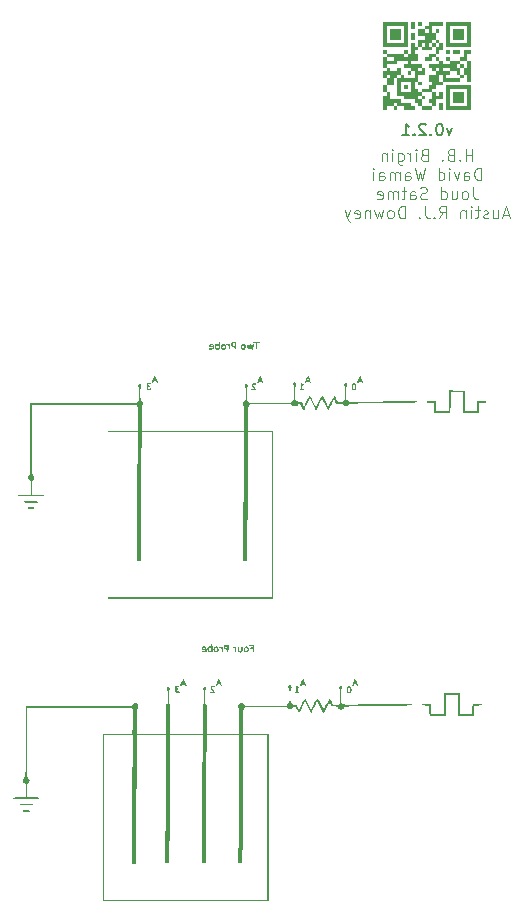
<source format=gbr>
%TF.GenerationSoftware,KiCad,Pcbnew,7.0.5*%
%TF.CreationDate,2023-12-19T17:12:35-05:00*%
%TF.ProjectId,biphasic_revision_b,62697068-6173-4696-935f-726576697369,rev?*%
%TF.SameCoordinates,Original*%
%TF.FileFunction,Legend,Bot*%
%TF.FilePolarity,Positive*%
%FSLAX46Y46*%
G04 Gerber Fmt 4.6, Leading zero omitted, Abs format (unit mm)*
G04 Created by KiCad (PCBNEW 7.0.5) date 2023-12-19 17:12:35*
%MOMM*%
%LPD*%
G01*
G04 APERTURE LIST*
%ADD10C,0.100000*%
%ADD11C,0.150000*%
G04 APERTURE END LIST*
D10*
X182833332Y-51042419D02*
X182833332Y-50042419D01*
X182833332Y-50518609D02*
X182261904Y-50518609D01*
X182261904Y-51042419D02*
X182261904Y-50042419D01*
X181785713Y-50947180D02*
X181738094Y-50994800D01*
X181738094Y-50994800D02*
X181785713Y-51042419D01*
X181785713Y-51042419D02*
X181833332Y-50994800D01*
X181833332Y-50994800D02*
X181785713Y-50947180D01*
X181785713Y-50947180D02*
X181785713Y-51042419D01*
X180976190Y-50518609D02*
X180833333Y-50566228D01*
X180833333Y-50566228D02*
X180785714Y-50613847D01*
X180785714Y-50613847D02*
X180738095Y-50709085D01*
X180738095Y-50709085D02*
X180738095Y-50851942D01*
X180738095Y-50851942D02*
X180785714Y-50947180D01*
X180785714Y-50947180D02*
X180833333Y-50994800D01*
X180833333Y-50994800D02*
X180928571Y-51042419D01*
X180928571Y-51042419D02*
X181309523Y-51042419D01*
X181309523Y-51042419D02*
X181309523Y-50042419D01*
X181309523Y-50042419D02*
X180976190Y-50042419D01*
X180976190Y-50042419D02*
X180880952Y-50090038D01*
X180880952Y-50090038D02*
X180833333Y-50137657D01*
X180833333Y-50137657D02*
X180785714Y-50232895D01*
X180785714Y-50232895D02*
X180785714Y-50328133D01*
X180785714Y-50328133D02*
X180833333Y-50423371D01*
X180833333Y-50423371D02*
X180880952Y-50470990D01*
X180880952Y-50470990D02*
X180976190Y-50518609D01*
X180976190Y-50518609D02*
X181309523Y-50518609D01*
X180309523Y-50947180D02*
X180261904Y-50994800D01*
X180261904Y-50994800D02*
X180309523Y-51042419D01*
X180309523Y-51042419D02*
X180357142Y-50994800D01*
X180357142Y-50994800D02*
X180309523Y-50947180D01*
X180309523Y-50947180D02*
X180309523Y-51042419D01*
X178738095Y-50518609D02*
X178595238Y-50566228D01*
X178595238Y-50566228D02*
X178547619Y-50613847D01*
X178547619Y-50613847D02*
X178500000Y-50709085D01*
X178500000Y-50709085D02*
X178500000Y-50851942D01*
X178500000Y-50851942D02*
X178547619Y-50947180D01*
X178547619Y-50947180D02*
X178595238Y-50994800D01*
X178595238Y-50994800D02*
X178690476Y-51042419D01*
X178690476Y-51042419D02*
X179071428Y-51042419D01*
X179071428Y-51042419D02*
X179071428Y-50042419D01*
X179071428Y-50042419D02*
X178738095Y-50042419D01*
X178738095Y-50042419D02*
X178642857Y-50090038D01*
X178642857Y-50090038D02*
X178595238Y-50137657D01*
X178595238Y-50137657D02*
X178547619Y-50232895D01*
X178547619Y-50232895D02*
X178547619Y-50328133D01*
X178547619Y-50328133D02*
X178595238Y-50423371D01*
X178595238Y-50423371D02*
X178642857Y-50470990D01*
X178642857Y-50470990D02*
X178738095Y-50518609D01*
X178738095Y-50518609D02*
X179071428Y-50518609D01*
X178071428Y-51042419D02*
X178071428Y-50375752D01*
X178071428Y-50042419D02*
X178119047Y-50090038D01*
X178119047Y-50090038D02*
X178071428Y-50137657D01*
X178071428Y-50137657D02*
X178023809Y-50090038D01*
X178023809Y-50090038D02*
X178071428Y-50042419D01*
X178071428Y-50042419D02*
X178071428Y-50137657D01*
X177595238Y-51042419D02*
X177595238Y-50375752D01*
X177595238Y-50566228D02*
X177547619Y-50470990D01*
X177547619Y-50470990D02*
X177500000Y-50423371D01*
X177500000Y-50423371D02*
X177404762Y-50375752D01*
X177404762Y-50375752D02*
X177309524Y-50375752D01*
X176547619Y-50375752D02*
X176547619Y-51185276D01*
X176547619Y-51185276D02*
X176595238Y-51280514D01*
X176595238Y-51280514D02*
X176642857Y-51328133D01*
X176642857Y-51328133D02*
X176738095Y-51375752D01*
X176738095Y-51375752D02*
X176880952Y-51375752D01*
X176880952Y-51375752D02*
X176976190Y-51328133D01*
X176547619Y-50994800D02*
X176642857Y-51042419D01*
X176642857Y-51042419D02*
X176833333Y-51042419D01*
X176833333Y-51042419D02*
X176928571Y-50994800D01*
X176928571Y-50994800D02*
X176976190Y-50947180D01*
X176976190Y-50947180D02*
X177023809Y-50851942D01*
X177023809Y-50851942D02*
X177023809Y-50566228D01*
X177023809Y-50566228D02*
X176976190Y-50470990D01*
X176976190Y-50470990D02*
X176928571Y-50423371D01*
X176928571Y-50423371D02*
X176833333Y-50375752D01*
X176833333Y-50375752D02*
X176642857Y-50375752D01*
X176642857Y-50375752D02*
X176547619Y-50423371D01*
X176071428Y-51042419D02*
X176071428Y-50375752D01*
X176071428Y-50042419D02*
X176119047Y-50090038D01*
X176119047Y-50090038D02*
X176071428Y-50137657D01*
X176071428Y-50137657D02*
X176023809Y-50090038D01*
X176023809Y-50090038D02*
X176071428Y-50042419D01*
X176071428Y-50042419D02*
X176071428Y-50137657D01*
X175595238Y-50375752D02*
X175595238Y-51042419D01*
X175595238Y-50470990D02*
X175547619Y-50423371D01*
X175547619Y-50423371D02*
X175452381Y-50375752D01*
X175452381Y-50375752D02*
X175309524Y-50375752D01*
X175309524Y-50375752D02*
X175214286Y-50423371D01*
X175214286Y-50423371D02*
X175166667Y-50518609D01*
X175166667Y-50518609D02*
X175166667Y-51042419D01*
X183547618Y-52652419D02*
X183547618Y-51652419D01*
X183547618Y-51652419D02*
X183309523Y-51652419D01*
X183309523Y-51652419D02*
X183166666Y-51700038D01*
X183166666Y-51700038D02*
X183071428Y-51795276D01*
X183071428Y-51795276D02*
X183023809Y-51890514D01*
X183023809Y-51890514D02*
X182976190Y-52080990D01*
X182976190Y-52080990D02*
X182976190Y-52223847D01*
X182976190Y-52223847D02*
X183023809Y-52414323D01*
X183023809Y-52414323D02*
X183071428Y-52509561D01*
X183071428Y-52509561D02*
X183166666Y-52604800D01*
X183166666Y-52604800D02*
X183309523Y-52652419D01*
X183309523Y-52652419D02*
X183547618Y-52652419D01*
X182119047Y-52652419D02*
X182119047Y-52128609D01*
X182119047Y-52128609D02*
X182166666Y-52033371D01*
X182166666Y-52033371D02*
X182261904Y-51985752D01*
X182261904Y-51985752D02*
X182452380Y-51985752D01*
X182452380Y-51985752D02*
X182547618Y-52033371D01*
X182119047Y-52604800D02*
X182214285Y-52652419D01*
X182214285Y-52652419D02*
X182452380Y-52652419D01*
X182452380Y-52652419D02*
X182547618Y-52604800D01*
X182547618Y-52604800D02*
X182595237Y-52509561D01*
X182595237Y-52509561D02*
X182595237Y-52414323D01*
X182595237Y-52414323D02*
X182547618Y-52319085D01*
X182547618Y-52319085D02*
X182452380Y-52271466D01*
X182452380Y-52271466D02*
X182214285Y-52271466D01*
X182214285Y-52271466D02*
X182119047Y-52223847D01*
X181738094Y-51985752D02*
X181499999Y-52652419D01*
X181499999Y-52652419D02*
X181261904Y-51985752D01*
X180880951Y-52652419D02*
X180880951Y-51985752D01*
X180880951Y-51652419D02*
X180928570Y-51700038D01*
X180928570Y-51700038D02*
X180880951Y-51747657D01*
X180880951Y-51747657D02*
X180833332Y-51700038D01*
X180833332Y-51700038D02*
X180880951Y-51652419D01*
X180880951Y-51652419D02*
X180880951Y-51747657D01*
X179976190Y-52652419D02*
X179976190Y-51652419D01*
X179976190Y-52604800D02*
X180071428Y-52652419D01*
X180071428Y-52652419D02*
X180261904Y-52652419D01*
X180261904Y-52652419D02*
X180357142Y-52604800D01*
X180357142Y-52604800D02*
X180404761Y-52557180D01*
X180404761Y-52557180D02*
X180452380Y-52461942D01*
X180452380Y-52461942D02*
X180452380Y-52176228D01*
X180452380Y-52176228D02*
X180404761Y-52080990D01*
X180404761Y-52080990D02*
X180357142Y-52033371D01*
X180357142Y-52033371D02*
X180261904Y-51985752D01*
X180261904Y-51985752D02*
X180071428Y-51985752D01*
X180071428Y-51985752D02*
X179976190Y-52033371D01*
X178833332Y-51652419D02*
X178595237Y-52652419D01*
X178595237Y-52652419D02*
X178404761Y-51938133D01*
X178404761Y-51938133D02*
X178214285Y-52652419D01*
X178214285Y-52652419D02*
X177976190Y-51652419D01*
X177166666Y-52652419D02*
X177166666Y-52128609D01*
X177166666Y-52128609D02*
X177214285Y-52033371D01*
X177214285Y-52033371D02*
X177309523Y-51985752D01*
X177309523Y-51985752D02*
X177499999Y-51985752D01*
X177499999Y-51985752D02*
X177595237Y-52033371D01*
X177166666Y-52604800D02*
X177261904Y-52652419D01*
X177261904Y-52652419D02*
X177499999Y-52652419D01*
X177499999Y-52652419D02*
X177595237Y-52604800D01*
X177595237Y-52604800D02*
X177642856Y-52509561D01*
X177642856Y-52509561D02*
X177642856Y-52414323D01*
X177642856Y-52414323D02*
X177595237Y-52319085D01*
X177595237Y-52319085D02*
X177499999Y-52271466D01*
X177499999Y-52271466D02*
X177261904Y-52271466D01*
X177261904Y-52271466D02*
X177166666Y-52223847D01*
X176690475Y-52652419D02*
X176690475Y-51985752D01*
X176690475Y-52080990D02*
X176642856Y-52033371D01*
X176642856Y-52033371D02*
X176547618Y-51985752D01*
X176547618Y-51985752D02*
X176404761Y-51985752D01*
X176404761Y-51985752D02*
X176309523Y-52033371D01*
X176309523Y-52033371D02*
X176261904Y-52128609D01*
X176261904Y-52128609D02*
X176261904Y-52652419D01*
X176261904Y-52128609D02*
X176214285Y-52033371D01*
X176214285Y-52033371D02*
X176119047Y-51985752D01*
X176119047Y-51985752D02*
X175976190Y-51985752D01*
X175976190Y-51985752D02*
X175880951Y-52033371D01*
X175880951Y-52033371D02*
X175833332Y-52128609D01*
X175833332Y-52128609D02*
X175833332Y-52652419D01*
X174928571Y-52652419D02*
X174928571Y-52128609D01*
X174928571Y-52128609D02*
X174976190Y-52033371D01*
X174976190Y-52033371D02*
X175071428Y-51985752D01*
X175071428Y-51985752D02*
X175261904Y-51985752D01*
X175261904Y-51985752D02*
X175357142Y-52033371D01*
X174928571Y-52604800D02*
X175023809Y-52652419D01*
X175023809Y-52652419D02*
X175261904Y-52652419D01*
X175261904Y-52652419D02*
X175357142Y-52604800D01*
X175357142Y-52604800D02*
X175404761Y-52509561D01*
X175404761Y-52509561D02*
X175404761Y-52414323D01*
X175404761Y-52414323D02*
X175357142Y-52319085D01*
X175357142Y-52319085D02*
X175261904Y-52271466D01*
X175261904Y-52271466D02*
X175023809Y-52271466D01*
X175023809Y-52271466D02*
X174928571Y-52223847D01*
X174452380Y-52652419D02*
X174452380Y-51985752D01*
X174452380Y-51652419D02*
X174499999Y-51700038D01*
X174499999Y-51700038D02*
X174452380Y-51747657D01*
X174452380Y-51747657D02*
X174404761Y-51700038D01*
X174404761Y-51700038D02*
X174452380Y-51652419D01*
X174452380Y-51652419D02*
X174452380Y-51747657D01*
X182904762Y-53262419D02*
X182904762Y-53976704D01*
X182904762Y-53976704D02*
X182952381Y-54119561D01*
X182952381Y-54119561D02*
X183047619Y-54214800D01*
X183047619Y-54214800D02*
X183190476Y-54262419D01*
X183190476Y-54262419D02*
X183285714Y-54262419D01*
X182285714Y-54262419D02*
X182380952Y-54214800D01*
X182380952Y-54214800D02*
X182428571Y-54167180D01*
X182428571Y-54167180D02*
X182476190Y-54071942D01*
X182476190Y-54071942D02*
X182476190Y-53786228D01*
X182476190Y-53786228D02*
X182428571Y-53690990D01*
X182428571Y-53690990D02*
X182380952Y-53643371D01*
X182380952Y-53643371D02*
X182285714Y-53595752D01*
X182285714Y-53595752D02*
X182142857Y-53595752D01*
X182142857Y-53595752D02*
X182047619Y-53643371D01*
X182047619Y-53643371D02*
X182000000Y-53690990D01*
X182000000Y-53690990D02*
X181952381Y-53786228D01*
X181952381Y-53786228D02*
X181952381Y-54071942D01*
X181952381Y-54071942D02*
X182000000Y-54167180D01*
X182000000Y-54167180D02*
X182047619Y-54214800D01*
X182047619Y-54214800D02*
X182142857Y-54262419D01*
X182142857Y-54262419D02*
X182285714Y-54262419D01*
X181095238Y-53595752D02*
X181095238Y-54262419D01*
X181523809Y-53595752D02*
X181523809Y-54119561D01*
X181523809Y-54119561D02*
X181476190Y-54214800D01*
X181476190Y-54214800D02*
X181380952Y-54262419D01*
X181380952Y-54262419D02*
X181238095Y-54262419D01*
X181238095Y-54262419D02*
X181142857Y-54214800D01*
X181142857Y-54214800D02*
X181095238Y-54167180D01*
X180190476Y-54262419D02*
X180190476Y-53262419D01*
X180190476Y-54214800D02*
X180285714Y-54262419D01*
X180285714Y-54262419D02*
X180476190Y-54262419D01*
X180476190Y-54262419D02*
X180571428Y-54214800D01*
X180571428Y-54214800D02*
X180619047Y-54167180D01*
X180619047Y-54167180D02*
X180666666Y-54071942D01*
X180666666Y-54071942D02*
X180666666Y-53786228D01*
X180666666Y-53786228D02*
X180619047Y-53690990D01*
X180619047Y-53690990D02*
X180571428Y-53643371D01*
X180571428Y-53643371D02*
X180476190Y-53595752D01*
X180476190Y-53595752D02*
X180285714Y-53595752D01*
X180285714Y-53595752D02*
X180190476Y-53643371D01*
X178999999Y-54214800D02*
X178857142Y-54262419D01*
X178857142Y-54262419D02*
X178619047Y-54262419D01*
X178619047Y-54262419D02*
X178523809Y-54214800D01*
X178523809Y-54214800D02*
X178476190Y-54167180D01*
X178476190Y-54167180D02*
X178428571Y-54071942D01*
X178428571Y-54071942D02*
X178428571Y-53976704D01*
X178428571Y-53976704D02*
X178476190Y-53881466D01*
X178476190Y-53881466D02*
X178523809Y-53833847D01*
X178523809Y-53833847D02*
X178619047Y-53786228D01*
X178619047Y-53786228D02*
X178809523Y-53738609D01*
X178809523Y-53738609D02*
X178904761Y-53690990D01*
X178904761Y-53690990D02*
X178952380Y-53643371D01*
X178952380Y-53643371D02*
X178999999Y-53548133D01*
X178999999Y-53548133D02*
X178999999Y-53452895D01*
X178999999Y-53452895D02*
X178952380Y-53357657D01*
X178952380Y-53357657D02*
X178904761Y-53310038D01*
X178904761Y-53310038D02*
X178809523Y-53262419D01*
X178809523Y-53262419D02*
X178571428Y-53262419D01*
X178571428Y-53262419D02*
X178428571Y-53310038D01*
X177571428Y-54262419D02*
X177571428Y-53738609D01*
X177571428Y-53738609D02*
X177619047Y-53643371D01*
X177619047Y-53643371D02*
X177714285Y-53595752D01*
X177714285Y-53595752D02*
X177904761Y-53595752D01*
X177904761Y-53595752D02*
X177999999Y-53643371D01*
X177571428Y-54214800D02*
X177666666Y-54262419D01*
X177666666Y-54262419D02*
X177904761Y-54262419D01*
X177904761Y-54262419D02*
X177999999Y-54214800D01*
X177999999Y-54214800D02*
X178047618Y-54119561D01*
X178047618Y-54119561D02*
X178047618Y-54024323D01*
X178047618Y-54024323D02*
X177999999Y-53929085D01*
X177999999Y-53929085D02*
X177904761Y-53881466D01*
X177904761Y-53881466D02*
X177666666Y-53881466D01*
X177666666Y-53881466D02*
X177571428Y-53833847D01*
X177238094Y-53595752D02*
X176857142Y-53595752D01*
X177095237Y-53262419D02*
X177095237Y-54119561D01*
X177095237Y-54119561D02*
X177047618Y-54214800D01*
X177047618Y-54214800D02*
X176952380Y-54262419D01*
X176952380Y-54262419D02*
X176857142Y-54262419D01*
X176523808Y-54262419D02*
X176523808Y-53595752D01*
X176523808Y-53690990D02*
X176476189Y-53643371D01*
X176476189Y-53643371D02*
X176380951Y-53595752D01*
X176380951Y-53595752D02*
X176238094Y-53595752D01*
X176238094Y-53595752D02*
X176142856Y-53643371D01*
X176142856Y-53643371D02*
X176095237Y-53738609D01*
X176095237Y-53738609D02*
X176095237Y-54262419D01*
X176095237Y-53738609D02*
X176047618Y-53643371D01*
X176047618Y-53643371D02*
X175952380Y-53595752D01*
X175952380Y-53595752D02*
X175809523Y-53595752D01*
X175809523Y-53595752D02*
X175714284Y-53643371D01*
X175714284Y-53643371D02*
X175666665Y-53738609D01*
X175666665Y-53738609D02*
X175666665Y-54262419D01*
X174809523Y-54214800D02*
X174904761Y-54262419D01*
X174904761Y-54262419D02*
X175095237Y-54262419D01*
X175095237Y-54262419D02*
X175190475Y-54214800D01*
X175190475Y-54214800D02*
X175238094Y-54119561D01*
X175238094Y-54119561D02*
X175238094Y-53738609D01*
X175238094Y-53738609D02*
X175190475Y-53643371D01*
X175190475Y-53643371D02*
X175095237Y-53595752D01*
X175095237Y-53595752D02*
X174904761Y-53595752D01*
X174904761Y-53595752D02*
X174809523Y-53643371D01*
X174809523Y-53643371D02*
X174761904Y-53738609D01*
X174761904Y-53738609D02*
X174761904Y-53833847D01*
X174761904Y-53833847D02*
X175238094Y-53929085D01*
X185928571Y-55586704D02*
X185452381Y-55586704D01*
X186023809Y-55872419D02*
X185690476Y-54872419D01*
X185690476Y-54872419D02*
X185357143Y-55872419D01*
X184595238Y-55205752D02*
X184595238Y-55872419D01*
X185023809Y-55205752D02*
X185023809Y-55729561D01*
X185023809Y-55729561D02*
X184976190Y-55824800D01*
X184976190Y-55824800D02*
X184880952Y-55872419D01*
X184880952Y-55872419D02*
X184738095Y-55872419D01*
X184738095Y-55872419D02*
X184642857Y-55824800D01*
X184642857Y-55824800D02*
X184595238Y-55777180D01*
X184166666Y-55824800D02*
X184071428Y-55872419D01*
X184071428Y-55872419D02*
X183880952Y-55872419D01*
X183880952Y-55872419D02*
X183785714Y-55824800D01*
X183785714Y-55824800D02*
X183738095Y-55729561D01*
X183738095Y-55729561D02*
X183738095Y-55681942D01*
X183738095Y-55681942D02*
X183785714Y-55586704D01*
X183785714Y-55586704D02*
X183880952Y-55539085D01*
X183880952Y-55539085D02*
X184023809Y-55539085D01*
X184023809Y-55539085D02*
X184119047Y-55491466D01*
X184119047Y-55491466D02*
X184166666Y-55396228D01*
X184166666Y-55396228D02*
X184166666Y-55348609D01*
X184166666Y-55348609D02*
X184119047Y-55253371D01*
X184119047Y-55253371D02*
X184023809Y-55205752D01*
X184023809Y-55205752D02*
X183880952Y-55205752D01*
X183880952Y-55205752D02*
X183785714Y-55253371D01*
X183452380Y-55205752D02*
X183071428Y-55205752D01*
X183309523Y-54872419D02*
X183309523Y-55729561D01*
X183309523Y-55729561D02*
X183261904Y-55824800D01*
X183261904Y-55824800D02*
X183166666Y-55872419D01*
X183166666Y-55872419D02*
X183071428Y-55872419D01*
X182738094Y-55872419D02*
X182738094Y-55205752D01*
X182738094Y-54872419D02*
X182785713Y-54920038D01*
X182785713Y-54920038D02*
X182738094Y-54967657D01*
X182738094Y-54967657D02*
X182690475Y-54920038D01*
X182690475Y-54920038D02*
X182738094Y-54872419D01*
X182738094Y-54872419D02*
X182738094Y-54967657D01*
X182261904Y-55205752D02*
X182261904Y-55872419D01*
X182261904Y-55300990D02*
X182214285Y-55253371D01*
X182214285Y-55253371D02*
X182119047Y-55205752D01*
X182119047Y-55205752D02*
X181976190Y-55205752D01*
X181976190Y-55205752D02*
X181880952Y-55253371D01*
X181880952Y-55253371D02*
X181833333Y-55348609D01*
X181833333Y-55348609D02*
X181833333Y-55872419D01*
X180023809Y-55872419D02*
X180357142Y-55396228D01*
X180595237Y-55872419D02*
X180595237Y-54872419D01*
X180595237Y-54872419D02*
X180214285Y-54872419D01*
X180214285Y-54872419D02*
X180119047Y-54920038D01*
X180119047Y-54920038D02*
X180071428Y-54967657D01*
X180071428Y-54967657D02*
X180023809Y-55062895D01*
X180023809Y-55062895D02*
X180023809Y-55205752D01*
X180023809Y-55205752D02*
X180071428Y-55300990D01*
X180071428Y-55300990D02*
X180119047Y-55348609D01*
X180119047Y-55348609D02*
X180214285Y-55396228D01*
X180214285Y-55396228D02*
X180595237Y-55396228D01*
X179595237Y-55777180D02*
X179547618Y-55824800D01*
X179547618Y-55824800D02*
X179595237Y-55872419D01*
X179595237Y-55872419D02*
X179642856Y-55824800D01*
X179642856Y-55824800D02*
X179595237Y-55777180D01*
X179595237Y-55777180D02*
X179595237Y-55872419D01*
X178833333Y-54872419D02*
X178833333Y-55586704D01*
X178833333Y-55586704D02*
X178880952Y-55729561D01*
X178880952Y-55729561D02*
X178976190Y-55824800D01*
X178976190Y-55824800D02*
X179119047Y-55872419D01*
X179119047Y-55872419D02*
X179214285Y-55872419D01*
X178357142Y-55777180D02*
X178309523Y-55824800D01*
X178309523Y-55824800D02*
X178357142Y-55872419D01*
X178357142Y-55872419D02*
X178404761Y-55824800D01*
X178404761Y-55824800D02*
X178357142Y-55777180D01*
X178357142Y-55777180D02*
X178357142Y-55872419D01*
X177119047Y-55872419D02*
X177119047Y-54872419D01*
X177119047Y-54872419D02*
X176880952Y-54872419D01*
X176880952Y-54872419D02*
X176738095Y-54920038D01*
X176738095Y-54920038D02*
X176642857Y-55015276D01*
X176642857Y-55015276D02*
X176595238Y-55110514D01*
X176595238Y-55110514D02*
X176547619Y-55300990D01*
X176547619Y-55300990D02*
X176547619Y-55443847D01*
X176547619Y-55443847D02*
X176595238Y-55634323D01*
X176595238Y-55634323D02*
X176642857Y-55729561D01*
X176642857Y-55729561D02*
X176738095Y-55824800D01*
X176738095Y-55824800D02*
X176880952Y-55872419D01*
X176880952Y-55872419D02*
X177119047Y-55872419D01*
X175976190Y-55872419D02*
X176071428Y-55824800D01*
X176071428Y-55824800D02*
X176119047Y-55777180D01*
X176119047Y-55777180D02*
X176166666Y-55681942D01*
X176166666Y-55681942D02*
X176166666Y-55396228D01*
X176166666Y-55396228D02*
X176119047Y-55300990D01*
X176119047Y-55300990D02*
X176071428Y-55253371D01*
X176071428Y-55253371D02*
X175976190Y-55205752D01*
X175976190Y-55205752D02*
X175833333Y-55205752D01*
X175833333Y-55205752D02*
X175738095Y-55253371D01*
X175738095Y-55253371D02*
X175690476Y-55300990D01*
X175690476Y-55300990D02*
X175642857Y-55396228D01*
X175642857Y-55396228D02*
X175642857Y-55681942D01*
X175642857Y-55681942D02*
X175690476Y-55777180D01*
X175690476Y-55777180D02*
X175738095Y-55824800D01*
X175738095Y-55824800D02*
X175833333Y-55872419D01*
X175833333Y-55872419D02*
X175976190Y-55872419D01*
X175309523Y-55205752D02*
X175119047Y-55872419D01*
X175119047Y-55872419D02*
X174928571Y-55396228D01*
X174928571Y-55396228D02*
X174738095Y-55872419D01*
X174738095Y-55872419D02*
X174547619Y-55205752D01*
X174166666Y-55205752D02*
X174166666Y-55872419D01*
X174166666Y-55300990D02*
X174119047Y-55253371D01*
X174119047Y-55253371D02*
X174023809Y-55205752D01*
X174023809Y-55205752D02*
X173880952Y-55205752D01*
X173880952Y-55205752D02*
X173785714Y-55253371D01*
X173785714Y-55253371D02*
X173738095Y-55348609D01*
X173738095Y-55348609D02*
X173738095Y-55872419D01*
X172880952Y-55824800D02*
X172976190Y-55872419D01*
X172976190Y-55872419D02*
X173166666Y-55872419D01*
X173166666Y-55872419D02*
X173261904Y-55824800D01*
X173261904Y-55824800D02*
X173309523Y-55729561D01*
X173309523Y-55729561D02*
X173309523Y-55348609D01*
X173309523Y-55348609D02*
X173261904Y-55253371D01*
X173261904Y-55253371D02*
X173166666Y-55205752D01*
X173166666Y-55205752D02*
X172976190Y-55205752D01*
X172976190Y-55205752D02*
X172880952Y-55253371D01*
X172880952Y-55253371D02*
X172833333Y-55348609D01*
X172833333Y-55348609D02*
X172833333Y-55443847D01*
X172833333Y-55443847D02*
X173309523Y-55539085D01*
X172499999Y-55205752D02*
X172261904Y-55872419D01*
X172023809Y-55205752D02*
X172261904Y-55872419D01*
X172261904Y-55872419D02*
X172357142Y-56110514D01*
X172357142Y-56110514D02*
X172404761Y-56158133D01*
X172404761Y-56158133D02*
X172499999Y-56205752D01*
D11*
X181142856Y-48203152D02*
X180904761Y-48869819D01*
X180904761Y-48869819D02*
X180666666Y-48203152D01*
X180095237Y-47869819D02*
X179999999Y-47869819D01*
X179999999Y-47869819D02*
X179904761Y-47917438D01*
X179904761Y-47917438D02*
X179857142Y-47965057D01*
X179857142Y-47965057D02*
X179809523Y-48060295D01*
X179809523Y-48060295D02*
X179761904Y-48250771D01*
X179761904Y-48250771D02*
X179761904Y-48488866D01*
X179761904Y-48488866D02*
X179809523Y-48679342D01*
X179809523Y-48679342D02*
X179857142Y-48774580D01*
X179857142Y-48774580D02*
X179904761Y-48822200D01*
X179904761Y-48822200D02*
X179999999Y-48869819D01*
X179999999Y-48869819D02*
X180095237Y-48869819D01*
X180095237Y-48869819D02*
X180190475Y-48822200D01*
X180190475Y-48822200D02*
X180238094Y-48774580D01*
X180238094Y-48774580D02*
X180285713Y-48679342D01*
X180285713Y-48679342D02*
X180333332Y-48488866D01*
X180333332Y-48488866D02*
X180333332Y-48250771D01*
X180333332Y-48250771D02*
X180285713Y-48060295D01*
X180285713Y-48060295D02*
X180238094Y-47965057D01*
X180238094Y-47965057D02*
X180190475Y-47917438D01*
X180190475Y-47917438D02*
X180095237Y-47869819D01*
X179333332Y-48774580D02*
X179285713Y-48822200D01*
X179285713Y-48822200D02*
X179333332Y-48869819D01*
X179333332Y-48869819D02*
X179380951Y-48822200D01*
X179380951Y-48822200D02*
X179333332Y-48774580D01*
X179333332Y-48774580D02*
X179333332Y-48869819D01*
X178904761Y-47965057D02*
X178857142Y-47917438D01*
X178857142Y-47917438D02*
X178761904Y-47869819D01*
X178761904Y-47869819D02*
X178523809Y-47869819D01*
X178523809Y-47869819D02*
X178428571Y-47917438D01*
X178428571Y-47917438D02*
X178380952Y-47965057D01*
X178380952Y-47965057D02*
X178333333Y-48060295D01*
X178333333Y-48060295D02*
X178333333Y-48155533D01*
X178333333Y-48155533D02*
X178380952Y-48298390D01*
X178380952Y-48298390D02*
X178952380Y-48869819D01*
X178952380Y-48869819D02*
X178333333Y-48869819D01*
X177904761Y-48774580D02*
X177857142Y-48822200D01*
X177857142Y-48822200D02*
X177904761Y-48869819D01*
X177904761Y-48869819D02*
X177952380Y-48822200D01*
X177952380Y-48822200D02*
X177904761Y-48774580D01*
X177904761Y-48774580D02*
X177904761Y-48869819D01*
X176904762Y-48869819D02*
X177476190Y-48869819D01*
X177190476Y-48869819D02*
X177190476Y-47869819D01*
X177190476Y-47869819D02*
X177285714Y-48012676D01*
X177285714Y-48012676D02*
X177380952Y-48107914D01*
X177380952Y-48107914D02*
X177476190Y-48155533D01*
%TO.C,G5*%
G36*
X145624036Y-80357767D02*
G01*
X145729776Y-80375286D01*
X145775403Y-80408012D01*
X145765437Y-80457650D01*
X145757470Y-80463559D01*
X145696321Y-80477615D01*
X145594999Y-80487318D01*
X145475025Y-80492117D01*
X145357923Y-80491465D01*
X145265214Y-80484811D01*
X145218420Y-80471607D01*
X145211288Y-80457789D01*
X145216349Y-80402209D01*
X145218500Y-80397642D01*
X145257252Y-80371911D01*
X145344116Y-80357832D01*
X145489506Y-80353552D01*
X145624036Y-80357767D01*
G37*
G36*
X162854918Y-92160167D02*
G01*
X162854918Y-92398663D01*
X162854261Y-92468505D01*
X162847570Y-92570744D01*
X162831371Y-92622690D01*
X162802869Y-92637158D01*
X162775467Y-92625800D01*
X162756340Y-92572204D01*
X162750819Y-92462794D01*
X162749743Y-92385740D01*
X162739210Y-92317480D01*
X162708443Y-92284804D01*
X162646721Y-92267609D01*
X162616705Y-92260543D01*
X162549526Y-92228432D01*
X162543970Y-92193765D01*
X162595298Y-92166610D01*
X162698770Y-92157033D01*
X162854918Y-92160167D01*
G37*
G36*
X162334426Y-66517271D02*
G01*
X162334426Y-66755767D01*
X162333770Y-66825609D01*
X162327078Y-66927848D01*
X162310879Y-66979794D01*
X162282377Y-66994262D01*
X162254975Y-66982904D01*
X162235848Y-66929307D01*
X162230328Y-66819897D01*
X162229252Y-66742843D01*
X162218718Y-66674584D01*
X162187951Y-66641908D01*
X162126229Y-66624713D01*
X162096213Y-66617647D01*
X162029034Y-66585535D01*
X162023478Y-66550869D01*
X162074806Y-66523713D01*
X162178278Y-66514137D01*
X162334426Y-66517271D01*
G37*
G36*
X161709836Y-92160167D02*
G01*
X161709836Y-92398663D01*
X161709179Y-92468505D01*
X161702488Y-92570744D01*
X161686289Y-92622690D01*
X161657787Y-92637158D01*
X161630385Y-92625800D01*
X161611258Y-92572204D01*
X161605738Y-92462794D01*
X161604661Y-92385740D01*
X161594128Y-92317480D01*
X161563361Y-92284804D01*
X161501639Y-92267609D01*
X161471623Y-92260543D01*
X161404444Y-92228432D01*
X161398888Y-92193765D01*
X161450216Y-92166610D01*
X161553688Y-92157033D01*
X161709836Y-92160167D01*
G37*
G36*
X145209182Y-106000904D02*
G01*
X145314024Y-106018519D01*
X145359094Y-106051156D01*
X145349044Y-106100546D01*
X145346779Y-106103091D01*
X145295745Y-106119387D01*
X145196967Y-106130889D01*
X145069400Y-106135246D01*
X145025736Y-106135151D01*
X144910227Y-106132214D01*
X144845591Y-106122271D01*
X144817394Y-106101442D01*
X144811202Y-106065847D01*
X144811556Y-106054111D01*
X144822481Y-106023064D01*
X144859474Y-106005691D01*
X144936970Y-105998112D01*
X145069400Y-105996448D01*
X145209182Y-106000904D01*
G37*
G36*
X164678145Y-66336629D02*
G01*
X164772272Y-66344288D01*
X164819712Y-66360316D01*
X164832787Y-66387022D01*
X164811333Y-66423553D01*
X164728688Y-66439071D01*
X164624590Y-66439071D01*
X164624590Y-66716666D01*
X164622933Y-66839621D01*
X164615274Y-66933748D01*
X164599247Y-66981187D01*
X164572541Y-66994262D01*
X164549487Y-66985425D01*
X164531838Y-66944577D01*
X164522943Y-66859098D01*
X164520492Y-66716666D01*
X164520492Y-66439071D01*
X164399044Y-66439071D01*
X164387983Y-66438977D01*
X164303931Y-66425518D01*
X164277595Y-66387022D01*
X164286432Y-66363968D01*
X164327280Y-66346319D01*
X164412759Y-66337424D01*
X164555191Y-66334973D01*
X164678145Y-66336629D01*
G37*
G36*
X145539085Y-79833109D02*
G01*
X145755926Y-79835355D01*
X145912138Y-79841899D01*
X146015073Y-79854045D01*
X146072083Y-79873100D01*
X146090519Y-79900369D01*
X146077732Y-79937158D01*
X146069362Y-79942451D01*
X146002911Y-79954582D01*
X145878580Y-79963853D01*
X145704676Y-79969775D01*
X145489506Y-79971858D01*
X145392642Y-79971685D01*
X145199432Y-79969549D01*
X145062953Y-79964379D01*
X144974221Y-79955429D01*
X144924250Y-79941952D01*
X144904054Y-79923201D01*
X144898025Y-79900062D01*
X144906125Y-79853802D01*
X144925913Y-79849052D01*
X145005561Y-79842698D01*
X145134445Y-79837629D01*
X145300479Y-79834274D01*
X145491577Y-79833060D01*
X145539085Y-79833109D01*
G37*
G36*
X145162203Y-105458654D02*
G01*
X145355109Y-105459750D01*
X145491629Y-105463077D01*
X145581676Y-105469667D01*
X145635159Y-105480551D01*
X145661991Y-105496762D01*
X145672083Y-105519330D01*
X145673292Y-105533103D01*
X145663737Y-105551502D01*
X145631493Y-105564374D01*
X145567219Y-105572693D01*
X145461572Y-105577431D01*
X145305212Y-105579561D01*
X145088798Y-105580054D01*
X144953877Y-105579907D01*
X144773867Y-105578570D01*
X144648426Y-105575027D01*
X144568211Y-105568303D01*
X144523881Y-105557428D01*
X144506095Y-105541428D01*
X144505513Y-105519330D01*
X144507467Y-105511533D01*
X144521724Y-105491062D01*
X144555819Y-105476626D01*
X144619663Y-105467195D01*
X144723166Y-105461736D01*
X144876241Y-105459217D01*
X145088798Y-105458606D01*
X145162203Y-105458654D01*
G37*
G36*
X167997604Y-95494189D02*
G01*
X168070745Y-95526718D01*
X168135584Y-95565396D01*
X168163664Y-95595287D01*
X168157962Y-95607214D01*
X168111885Y-95621311D01*
X168084700Y-95632413D01*
X168065408Y-95685703D01*
X168059836Y-95794809D01*
X168063167Y-95885426D01*
X168079153Y-95949732D01*
X168111885Y-95968306D01*
X168136158Y-95974352D01*
X168163934Y-96020355D01*
X168152832Y-96047540D01*
X168099543Y-96066832D01*
X167990437Y-96072404D01*
X167899820Y-96069074D01*
X167835513Y-96053087D01*
X167816940Y-96020355D01*
X167822985Y-95996082D01*
X167868989Y-95968306D01*
X167885284Y-95964764D01*
X167906971Y-95932910D01*
X167917977Y-95857379D01*
X167921038Y-95725410D01*
X167921060Y-95715732D01*
X167925204Y-95597866D01*
X167935127Y-95514277D01*
X167948820Y-95482513D01*
X167997604Y-95494189D01*
G37*
G36*
X163918301Y-92476516D02*
G01*
X163857501Y-92580049D01*
X163757104Y-92644998D01*
X163746917Y-92647563D01*
X163661662Y-92641605D01*
X163568778Y-92606873D01*
X163506770Y-92556914D01*
X163503424Y-92550597D01*
X163487003Y-92482165D01*
X163480039Y-92385587D01*
X163486629Y-92350167D01*
X163594337Y-92350167D01*
X163597706Y-92445716D01*
X163637271Y-92521149D01*
X163702040Y-92547585D01*
X163773449Y-92511757D01*
X163794417Y-92487669D01*
X163824425Y-92397479D01*
X163790582Y-92287883D01*
X163739183Y-92234522D01*
X163679108Y-92233087D01*
X163626148Y-92275463D01*
X163594337Y-92350167D01*
X163486629Y-92350167D01*
X163502575Y-92264460D01*
X163566851Y-92171714D01*
X163658018Y-92122514D01*
X163761120Y-92124688D01*
X163861202Y-92186065D01*
X163901597Y-92239717D01*
X163934626Y-92355903D01*
X163928999Y-92397479D01*
X163918301Y-92476516D01*
G37*
G36*
X161356371Y-92461685D02*
G01*
X161311522Y-92581897D01*
X161224044Y-92647430D01*
X161215538Y-92650178D01*
X161108789Y-92650014D01*
X161010948Y-92596776D01*
X160939455Y-92504905D01*
X160911748Y-92388841D01*
X160914230Y-92376376D01*
X161050546Y-92376376D01*
X161050938Y-92394848D01*
X161073312Y-92494847D01*
X161124877Y-92541949D01*
X161198386Y-92528690D01*
X161227909Y-92500531D01*
X161255685Y-92420015D01*
X161250597Y-92328572D01*
X161211092Y-92259114D01*
X161189922Y-92244393D01*
X161121559Y-92235121D01*
X161070566Y-92282427D01*
X161050546Y-92376376D01*
X160914230Y-92376376D01*
X160925847Y-92318025D01*
X160981493Y-92221456D01*
X161061224Y-92146688D01*
X161145347Y-92116666D01*
X161156978Y-92116925D01*
X161266439Y-92151946D01*
X161337514Y-92239938D01*
X161362841Y-92372248D01*
X161359385Y-92420015D01*
X161356371Y-92461685D01*
G37*
G36*
X168410477Y-69851720D02*
G01*
X168486390Y-69882992D01*
X168525828Y-69905089D01*
X168573121Y-69954819D01*
X168569125Y-69995970D01*
X168510929Y-70013115D01*
X168505943Y-70013174D01*
X168464925Y-70025540D01*
X168446071Y-70071682D01*
X168441530Y-70169262D01*
X168441556Y-70180480D01*
X168447052Y-70272770D01*
X168467560Y-70315193D01*
X168510929Y-70325410D01*
X168551399Y-70335070D01*
X168580328Y-70377459D01*
X168569225Y-70404644D01*
X168515936Y-70423936D01*
X168406830Y-70429508D01*
X168316213Y-70426177D01*
X168251907Y-70410191D01*
X168233333Y-70377459D01*
X168239379Y-70353185D01*
X168285382Y-70325410D01*
X168301677Y-70321868D01*
X168323364Y-70290013D01*
X168334371Y-70214483D01*
X168337431Y-70082513D01*
X168337453Y-70072836D01*
X168341598Y-69954970D01*
X168351520Y-69871381D01*
X168365213Y-69839617D01*
X168410477Y-69851720D01*
G37*
G36*
X164412369Y-69846701D02*
G01*
X164509949Y-69869486D01*
X164548420Y-69915865D01*
X164549190Y-69945683D01*
X164519989Y-69962932D01*
X164440347Y-69955415D01*
X164422969Y-69952824D01*
X164332970Y-69953299D01*
X164301721Y-69987780D01*
X164329074Y-70057477D01*
X164414881Y-70163602D01*
X164475179Y-70234570D01*
X164532890Y-70317816D01*
X164555191Y-70372664D01*
X164553645Y-70386797D01*
X164529781Y-70413164D01*
X164465729Y-70426082D01*
X164346994Y-70429508D01*
X164321909Y-70429405D01*
X164211467Y-70423908D01*
X164154787Y-70407681D01*
X164138798Y-70377459D01*
X164139316Y-70370274D01*
X164172601Y-70336038D01*
X164263840Y-70325410D01*
X164388883Y-70325410D01*
X164281190Y-70202754D01*
X164208516Y-70100788D01*
X164174027Y-69991670D01*
X164197119Y-69907541D01*
X164275033Y-69856351D01*
X164405008Y-69846053D01*
X164412369Y-69846701D01*
G37*
G36*
X164346994Y-92307513D02*
G01*
X164346880Y-92355323D01*
X164343887Y-92496077D01*
X164335458Y-92582212D01*
X164319757Y-92625361D01*
X164294945Y-92637158D01*
X164272869Y-92630809D01*
X164249708Y-92583930D01*
X164242896Y-92481011D01*
X164242896Y-92324863D01*
X164104098Y-92324863D01*
X164064195Y-92323919D01*
X163988220Y-92309005D01*
X163965300Y-92272814D01*
X163967819Y-92257850D01*
X164007588Y-92229360D01*
X164104098Y-92220765D01*
X164184212Y-92216836D01*
X164231257Y-92196769D01*
X164242896Y-92151366D01*
X164242836Y-92146380D01*
X164230471Y-92105363D01*
X164184328Y-92086508D01*
X164086748Y-92081967D01*
X164020520Y-92079851D01*
X163951036Y-92064224D01*
X163930601Y-92029918D01*
X163931011Y-92023647D01*
X163953002Y-91996036D01*
X164017907Y-91981866D01*
X164138798Y-91977869D01*
X164346994Y-91977869D01*
X164346994Y-92307513D01*
G37*
G36*
X163675905Y-66818779D02*
G01*
X163615787Y-66937533D01*
X163536675Y-67005931D01*
X163430002Y-67024378D01*
X163313732Y-66974945D01*
X163285890Y-66951909D01*
X163247325Y-66883535D01*
X163236612Y-66773380D01*
X163237503Y-66745647D01*
X163340710Y-66745647D01*
X163351060Y-66819123D01*
X163382350Y-66883224D01*
X163400259Y-66900261D01*
X163442866Y-66920006D01*
X163505533Y-66901882D01*
X163507819Y-66900838D01*
X163537468Y-66853285D01*
X163547769Y-66770773D01*
X163538364Y-66683366D01*
X163508892Y-66621132D01*
X163476148Y-66600896D01*
X163413645Y-66609162D01*
X163362129Y-66662129D01*
X163340710Y-66745647D01*
X163237503Y-66745647D01*
X163238296Y-66720973D01*
X163266390Y-66596863D01*
X163332927Y-66525707D01*
X163442891Y-66500923D01*
X163557997Y-66525058D01*
X163640712Y-66596637D01*
X163682115Y-66699846D01*
X163678412Y-66770773D01*
X163675905Y-66818779D01*
G37*
G36*
X162005583Y-66836811D02*
G01*
X161936960Y-66943790D01*
X161857152Y-67002908D01*
X161751947Y-67026123D01*
X161660317Y-66991473D01*
X161595577Y-66905159D01*
X161571038Y-66773380D01*
X161571930Y-66745647D01*
X161675136Y-66745647D01*
X161685486Y-66819123D01*
X161716776Y-66883224D01*
X161734686Y-66900261D01*
X161777292Y-66920006D01*
X161839959Y-66901882D01*
X161842245Y-66900838D01*
X161871894Y-66853285D01*
X161882196Y-66770773D01*
X161872790Y-66683366D01*
X161843318Y-66621132D01*
X161810574Y-66600896D01*
X161748072Y-66609162D01*
X161696555Y-66662129D01*
X161675136Y-66745647D01*
X161571930Y-66745647D01*
X161572723Y-66720973D01*
X161600816Y-66596863D01*
X161667354Y-66525707D01*
X161777317Y-66500923D01*
X161803729Y-66501473D01*
X161913455Y-66537607D01*
X161987736Y-66616812D01*
X162020476Y-66722183D01*
X162014163Y-66770773D01*
X162005583Y-66836811D01*
G37*
G36*
X172620335Y-95777459D02*
G01*
X172617617Y-95843163D01*
X172600970Y-95950112D01*
X172573952Y-96016515D01*
X172573736Y-96016773D01*
X172507771Y-96056072D01*
X172414617Y-96072404D01*
X172344372Y-96065266D01*
X172265240Y-96020466D01*
X172222017Y-95927304D01*
X172208899Y-95777459D01*
X172209607Y-95763148D01*
X172334872Y-95763148D01*
X172339156Y-95890926D01*
X172373643Y-95963098D01*
X172417225Y-95982637D01*
X172463292Y-95955115D01*
X172491020Y-95875682D01*
X172494812Y-95753999D01*
X172483963Y-95665425D01*
X172459994Y-95616439D01*
X172414617Y-95603962D01*
X172412964Y-95603969D01*
X172369542Y-95616281D01*
X172346376Y-95663624D01*
X172334872Y-95763148D01*
X172209607Y-95763148D01*
X172213878Y-95676746D01*
X172245125Y-95563291D01*
X172310103Y-95501321D01*
X172414617Y-95482513D01*
X172484863Y-95489652D01*
X172563995Y-95534452D01*
X172607218Y-95627614D01*
X172618281Y-95753999D01*
X172620335Y-95777459D01*
G37*
G36*
X161029808Y-95499901D02*
G01*
X161050546Y-95553133D01*
X161049713Y-95576863D01*
X161032553Y-95605651D01*
X160978436Y-95585161D01*
X160924598Y-95565676D01*
X160856988Y-95565501D01*
X160822773Y-95589185D01*
X160811183Y-95653311D01*
X160853362Y-95740781D01*
X160946448Y-95842730D01*
X160998976Y-95894085D01*
X161061046Y-95969075D01*
X161085246Y-96020265D01*
X161084816Y-96026698D01*
X161062774Y-96054278D01*
X160997887Y-96068420D01*
X160877049Y-96072404D01*
X160851964Y-96072302D01*
X160741522Y-96066804D01*
X160684841Y-96050578D01*
X160668852Y-96020355D01*
X160669844Y-96010582D01*
X160705187Y-95978247D01*
X160798034Y-95968306D01*
X160927215Y-95968306D01*
X160816878Y-95867529D01*
X160742159Y-95784955D01*
X160687020Y-95676886D01*
X160682635Y-95581950D01*
X160728756Y-95511807D01*
X160825135Y-95478120D01*
X160837582Y-95476985D01*
X160961744Y-95475491D01*
X161029808Y-95499901D01*
G37*
G36*
X163349216Y-92151379D02*
G01*
X163387727Y-92157201D01*
X163406385Y-92184486D01*
X163409208Y-92249067D01*
X163400215Y-92366775D01*
X163390206Y-92451686D01*
X163361739Y-92566437D01*
X163318318Y-92627787D01*
X163272210Y-92651232D01*
X163208745Y-92655274D01*
X163150759Y-92643123D01*
X163060277Y-92637158D01*
X162959016Y-92637158D01*
X162959016Y-92394262D01*
X162959024Y-92381885D01*
X162961353Y-92258884D01*
X162970653Y-92189308D01*
X162991033Y-92158390D01*
X163026602Y-92151366D01*
X163040843Y-92152113D01*
X163075586Y-92170382D01*
X163094535Y-92225423D01*
X163104675Y-92333538D01*
X163108096Y-92384341D01*
X163120927Y-92469856D01*
X163146547Y-92511316D01*
X163193238Y-92526798D01*
X163231428Y-92528942D01*
X163258088Y-92510604D01*
X163269131Y-92454419D01*
X163271311Y-92344626D01*
X163272349Y-92264110D01*
X163280744Y-92190409D01*
X163303013Y-92158360D01*
X163345530Y-92151366D01*
X163349216Y-92151379D01*
G37*
G36*
X162854918Y-66660203D02*
G01*
X162853924Y-66813196D01*
X162849145Y-66911600D01*
X162837922Y-66966051D01*
X162817599Y-66989341D01*
X162785519Y-66994262D01*
X162772023Y-66993679D01*
X162728106Y-66968737D01*
X162716120Y-66894501D01*
X162714671Y-66860452D01*
X162689414Y-66802361D01*
X162616204Y-66774757D01*
X162523103Y-66741893D01*
X162435826Y-66665721D01*
X162403825Y-66564673D01*
X162404583Y-66548240D01*
X162542360Y-66548240D01*
X162545867Y-66614141D01*
X162597510Y-66660905D01*
X162603370Y-66663125D01*
X162674655Y-66678967D01*
X162707916Y-66648423D01*
X162716120Y-66560519D01*
X162715846Y-66544609D01*
X162705321Y-66469583D01*
X162684259Y-66439071D01*
X162646530Y-66443998D01*
X162578684Y-66484445D01*
X162542360Y-66548240D01*
X162404583Y-66548240D01*
X162405223Y-66534366D01*
X162440887Y-66436460D01*
X162529058Y-66374386D01*
X162675595Y-66343374D01*
X162854918Y-66326144D01*
X162854918Y-66560519D01*
X162854918Y-66660203D01*
G37*
G36*
X173015031Y-70173178D02*
G01*
X173010520Y-70242619D01*
X172996366Y-70332972D01*
X172968140Y-70385148D01*
X172917759Y-70419624D01*
X172847882Y-70444568D01*
X172784798Y-70446507D01*
X172766207Y-70440360D01*
X172710934Y-70429508D01*
X172699346Y-70426654D01*
X172661542Y-70379388D01*
X172631215Y-70290555D01*
X172614124Y-70181708D01*
X172615241Y-70118868D01*
X172718884Y-70118868D01*
X172730874Y-70226527D01*
X172738639Y-70251033D01*
X172783324Y-70331011D01*
X172832541Y-70350896D01*
X172876672Y-70316830D01*
X172906100Y-70234952D01*
X172911205Y-70111402D01*
X172906209Y-70061710D01*
X172883122Y-69981092D01*
X172840067Y-69950219D01*
X172785714Y-69962609D01*
X172739704Y-70024469D01*
X172718884Y-70118868D01*
X172615241Y-70118868D01*
X172616031Y-70074401D01*
X172648240Y-69956646D01*
X172721686Y-69869076D01*
X172832265Y-69839617D01*
X172879289Y-69844736D01*
X172961880Y-69896835D01*
X173006942Y-70005977D01*
X173012042Y-70111402D01*
X173015031Y-70173178D01*
G37*
G36*
X162195628Y-92307513D02*
G01*
X162195514Y-92355323D01*
X162192521Y-92496077D01*
X162184092Y-92582212D01*
X162168390Y-92625361D01*
X162143579Y-92637158D01*
X162138839Y-92636939D01*
X162102817Y-92605535D01*
X162091530Y-92515710D01*
X162091525Y-92510642D01*
X162085323Y-92431844D01*
X162053822Y-92400122D01*
X161977022Y-92394262D01*
X161975394Y-92394260D01*
X161861009Y-92374964D01*
X161798326Y-92312532D01*
X161785743Y-92237673D01*
X161895712Y-92237673D01*
X161929724Y-92271625D01*
X162003692Y-92290164D01*
X162042549Y-92287617D01*
X162082256Y-92260400D01*
X162091530Y-92186065D01*
X162091149Y-92166507D01*
X162074607Y-92100456D01*
X162026380Y-92081967D01*
X161951362Y-92106063D01*
X161899858Y-92166191D01*
X161895712Y-92237673D01*
X161785743Y-92237673D01*
X161779235Y-92198954D01*
X161781059Y-92160122D01*
X161816935Y-92056198D01*
X161902314Y-91996783D01*
X162041959Y-91977869D01*
X162195628Y-91977869D01*
X162195628Y-92186065D01*
X162195628Y-92307513D01*
G37*
G36*
X160842350Y-92632549D02*
G01*
X160746926Y-92646555D01*
X160621734Y-92648747D01*
X160498181Y-92603666D01*
X160419110Y-92510047D01*
X160396306Y-92397901D01*
X160536155Y-92397901D01*
X160544882Y-92456164D01*
X160575439Y-92507549D01*
X160642828Y-92526690D01*
X160643907Y-92526814D01*
X160707094Y-92527335D01*
X160733155Y-92496406D01*
X160738251Y-92415138D01*
X160725944Y-92323243D01*
X160675657Y-92259106D01*
X160662909Y-92252820D01*
X160588453Y-92244708D01*
X160544177Y-92295082D01*
X160536155Y-92397901D01*
X160396306Y-92397901D01*
X160391257Y-92373068D01*
X160397117Y-92311071D01*
X160444455Y-92202916D01*
X160528868Y-92138258D01*
X160637767Y-92129534D01*
X160697487Y-92137865D01*
X160731670Y-92117745D01*
X160738251Y-92046400D01*
X160748953Y-91974163D01*
X160790300Y-91943169D01*
X160800721Y-91944670D01*
X160821525Y-91966512D01*
X160834246Y-92023361D01*
X160840612Y-92126663D01*
X160842350Y-92287859D01*
X160842350Y-92415138D01*
X160842350Y-92632549D01*
G37*
G36*
X163801171Y-66517838D02*
G01*
X163847216Y-66578334D01*
X163879507Y-66670522D01*
X163906574Y-66803415D01*
X163947719Y-66664617D01*
X163956997Y-66635457D01*
X164003852Y-66541048D01*
X164053873Y-66515509D01*
X164103526Y-66558734D01*
X164149278Y-66670618D01*
X164197852Y-66837202D01*
X164222500Y-66672836D01*
X164222622Y-66672023D01*
X164243446Y-66570184D01*
X164272089Y-66521154D01*
X164318133Y-66508470D01*
X164359015Y-66516520D01*
X164372481Y-66551844D01*
X164361330Y-66588657D01*
X164338161Y-66679250D01*
X164311197Y-66794740D01*
X164288836Y-66878211D01*
X164244421Y-66972288D01*
X164195587Y-66998804D01*
X164144799Y-66957169D01*
X164094519Y-66846789D01*
X164044457Y-66699317D01*
X163999386Y-66846789D01*
X163966111Y-66934981D01*
X163920093Y-66993900D01*
X163873705Y-66984148D01*
X163827944Y-66906124D01*
X163783806Y-66760230D01*
X163782414Y-66754391D01*
X163756757Y-66637303D01*
X163741878Y-66550733D01*
X163740960Y-66513047D01*
X163754684Y-66504162D01*
X163801171Y-66517838D01*
G37*
G36*
X155532179Y-69816681D02*
G01*
X155607202Y-69845043D01*
X155637431Y-69891290D01*
X155637371Y-69893824D01*
X155609286Y-69928364D01*
X155524658Y-69934003D01*
X155471299Y-69934117D01*
X155409183Y-69953141D01*
X155402903Y-69988402D01*
X155459195Y-70030018D01*
X155480018Y-70041105D01*
X155526729Y-70089400D01*
X155522419Y-70132968D01*
X155465982Y-70151912D01*
X155398815Y-70168109D01*
X155371827Y-70217282D01*
X155406497Y-70282844D01*
X155419735Y-70295272D01*
X155474445Y-70319610D01*
X155549401Y-70297608D01*
X155592272Y-70279772D01*
X155629413Y-70279826D01*
X155637431Y-70323609D01*
X155627472Y-70362377D01*
X155576707Y-70405589D01*
X155514203Y-70419238D01*
X155419006Y-70418201D01*
X155334371Y-70376552D01*
X155298975Y-70346134D01*
X155274252Y-70298132D01*
X155264776Y-70219550D01*
X155265926Y-70091109D01*
X155266608Y-70069763D01*
X155273069Y-69952977D01*
X155287026Y-69885371D01*
X155315031Y-69849217D01*
X155363638Y-69826785D01*
X155435858Y-69811741D01*
X155532179Y-69816681D01*
G37*
G36*
X168768540Y-95404440D02*
G01*
X168770009Y-95409184D01*
X168775151Y-95466764D01*
X168735565Y-95482513D01*
X168698748Y-95469560D01*
X168659781Y-95413115D01*
X168653681Y-95395170D01*
X168611056Y-95354979D01*
X168520983Y-95343716D01*
X168489575Y-95344525D01*
X168414872Y-95362998D01*
X168382185Y-95413115D01*
X168360612Y-95452562D01*
X168294973Y-95482513D01*
X168246993Y-95470159D01*
X168250070Y-95421789D01*
X168250609Y-95420430D01*
X168275233Y-95356530D01*
X168315357Y-95250673D01*
X168345795Y-95169678D01*
X168466317Y-95169678D01*
X168466631Y-95223952D01*
X168517890Y-95239617D01*
X168563994Y-95229109D01*
X168566690Y-95184730D01*
X168557156Y-95156186D01*
X168545628Y-95095934D01*
X168544099Y-95082784D01*
X168523664Y-95075753D01*
X168492243Y-95109825D01*
X168466317Y-95169678D01*
X168345795Y-95169678D01*
X168362568Y-95125045D01*
X168407340Y-95017586D01*
X168461619Y-94929210D01*
X168514520Y-94899396D01*
X168568852Y-94930078D01*
X168627426Y-95023190D01*
X168693052Y-95180666D01*
X168694423Y-95184730D01*
X168768540Y-95404440D01*
G37*
G36*
X173524955Y-69583820D02*
G01*
X173569361Y-69702790D01*
X173600199Y-69788509D01*
X173611748Y-69825232D01*
X173606259Y-69839215D01*
X173567767Y-69841433D01*
X173514531Y-69814946D01*
X173472951Y-69770218D01*
X173431549Y-69725439D01*
X173329683Y-69700819D01*
X173328281Y-69700822D01*
X173243265Y-69716853D01*
X173205409Y-69770218D01*
X173183836Y-69809666D01*
X173118197Y-69839617D01*
X173070217Y-69827263D01*
X173073294Y-69778893D01*
X173073663Y-69777963D01*
X173098089Y-69714608D01*
X173138064Y-69609162D01*
X173169026Y-69526781D01*
X173289541Y-69526781D01*
X173289855Y-69581056D01*
X173341114Y-69596721D01*
X173387218Y-69586213D01*
X173389914Y-69541834D01*
X173380380Y-69513290D01*
X173368852Y-69453037D01*
X173367323Y-69439888D01*
X173346888Y-69432857D01*
X173315467Y-69466928D01*
X173289541Y-69526781D01*
X173169026Y-69526781D01*
X173185125Y-69483948D01*
X173222854Y-69389535D01*
X173277882Y-69286536D01*
X173328699Y-69248405D01*
X173380177Y-69275848D01*
X173437190Y-69369573D01*
X173504613Y-69530287D01*
X173509001Y-69541834D01*
X173524955Y-69583820D01*
G37*
G36*
X165058285Y-69560208D02*
G01*
X165102471Y-69680078D01*
X165133420Y-69770154D01*
X165145082Y-69813028D01*
X165137344Y-69834225D01*
X165097742Y-69840878D01*
X165048325Y-69816523D01*
X165016338Y-69770218D01*
X165012542Y-69758055D01*
X164971489Y-69713527D01*
X164883127Y-69700819D01*
X164869928Y-69700980D01*
X164785520Y-69718208D01*
X164746038Y-69770218D01*
X164734774Y-69793281D01*
X164691548Y-69831605D01*
X164645836Y-69841535D01*
X164624250Y-69813593D01*
X164625290Y-69806592D01*
X164642162Y-69747226D01*
X164675422Y-69645083D01*
X164707107Y-69553347D01*
X164833318Y-69553347D01*
X164839051Y-69573470D01*
X164884836Y-69596721D01*
X164912639Y-69592816D01*
X164935350Y-69556960D01*
X164914706Y-69475202D01*
X164891578Y-69438434D01*
X164863189Y-69463689D01*
X164851355Y-69485962D01*
X164833318Y-69553347D01*
X164707107Y-69553347D01*
X164719539Y-69517353D01*
X164760825Y-69408312D01*
X164816900Y-69297165D01*
X164868662Y-69253299D01*
X164920858Y-69276851D01*
X164978237Y-69367959D01*
X165045547Y-69526758D01*
X165057048Y-69556960D01*
X165058285Y-69560208D01*
G37*
G36*
X160959457Y-66644534D02*
G01*
X160984612Y-66752707D01*
X160963385Y-66862880D01*
X160889719Y-66957044D01*
X160833665Y-66992042D01*
X160729413Y-67023205D01*
X160631359Y-67019693D01*
X160558556Y-66983620D01*
X160530054Y-66917104D01*
X160542498Y-66868976D01*
X160590778Y-66873038D01*
X160602783Y-66877931D01*
X160703285Y-66910580D01*
X160769933Y-66907088D01*
X160826317Y-66866833D01*
X160856454Y-66834159D01*
X160858417Y-66811821D01*
X160813325Y-66800436D01*
X160710042Y-66792927D01*
X160650092Y-66788778D01*
X160571982Y-66776113D01*
X160537681Y-66750716D01*
X160530054Y-66704135D01*
X160538072Y-66662972D01*
X160644590Y-66662972D01*
X160656791Y-66677366D01*
X160729576Y-66680863D01*
X160759710Y-66679972D01*
X160826564Y-66663465D01*
X160840586Y-66633894D01*
X160793673Y-66601314D01*
X160750849Y-66600018D01*
X160680900Y-66631198D01*
X160644590Y-66662972D01*
X160538072Y-66662972D01*
X160548311Y-66610407D01*
X160618910Y-66531366D01*
X160736333Y-66500923D01*
X160794223Y-66506216D01*
X160893976Y-66556367D01*
X160951555Y-66633894D01*
X160959457Y-66644534D01*
G37*
G36*
X158569408Y-95226513D02*
G01*
X158613874Y-95345653D01*
X158644732Y-95431419D01*
X158656284Y-95468128D01*
X158650259Y-95474782D01*
X158603491Y-95482513D01*
X158557737Y-95459903D01*
X158511172Y-95395765D01*
X158466250Y-95334616D01*
X158378688Y-95309016D01*
X158305908Y-95324938D01*
X158246204Y-95395765D01*
X158245255Y-95397822D01*
X158199030Y-95461343D01*
X158150542Y-95484479D01*
X158118366Y-95465940D01*
X158121077Y-95404440D01*
X158185072Y-95214696D01*
X158199291Y-95180053D01*
X158323397Y-95180053D01*
X158326116Y-95227964D01*
X158378688Y-95239617D01*
X158396096Y-95239116D01*
X158435902Y-95220729D01*
X158428765Y-95161544D01*
X158417038Y-95125573D01*
X158389590Y-95068494D01*
X158365649Y-95069012D01*
X158352350Y-95094931D01*
X158328611Y-95161544D01*
X158323397Y-95180053D01*
X158199291Y-95180053D01*
X158255237Y-95043748D01*
X158317013Y-94939090D01*
X158371067Y-94899378D01*
X158377238Y-94898640D01*
X158414555Y-94907424D01*
X158450572Y-94948198D01*
X158492716Y-95032349D01*
X158548415Y-95171264D01*
X158567210Y-95220729D01*
X158569408Y-95226513D01*
G37*
G36*
X157961715Y-95466604D02*
G01*
X158036163Y-95494664D01*
X158066393Y-95537637D01*
X158064157Y-95552934D01*
X158028707Y-95578357D01*
X157939926Y-95579439D01*
X157927540Y-95578663D01*
X157843424Y-95587567D01*
X157796515Y-95615246D01*
X157796869Y-95649892D01*
X157854541Y-95679700D01*
X157882038Y-95689907D01*
X157923085Y-95731810D01*
X157914422Y-95774965D01*
X157855783Y-95794809D01*
X157854954Y-95794810D01*
X157801632Y-95811759D01*
X157795066Y-95872882D01*
X157808193Y-95917941D01*
X157848730Y-95942207D01*
X157936278Y-95943319D01*
X157960899Y-95942260D01*
X158041455Y-95950879D01*
X158066393Y-95984149D01*
X158057235Y-96012058D01*
X158005669Y-96048485D01*
X157943714Y-96061640D01*
X157815228Y-96058885D01*
X157719399Y-96003005D01*
X157712078Y-95995341D01*
X157662895Y-95914044D01*
X157651603Y-95833379D01*
X157682415Y-95778871D01*
X157685426Y-95776419D01*
X157700097Y-95725771D01*
X157695769Y-95641384D01*
X157689599Y-95589569D01*
X157701657Y-95524958D01*
X157753757Y-95482696D01*
X157777604Y-95472344D01*
X157867408Y-95457737D01*
X157961715Y-95466604D01*
G37*
G36*
X160337243Y-92363291D02*
G01*
X160332948Y-92483944D01*
X160290796Y-92580726D01*
X160289930Y-92581753D01*
X160212687Y-92623443D01*
X160074713Y-92637158D01*
X160057535Y-92637100D01*
X159962010Y-92631500D01*
X159916840Y-92612359D01*
X159905464Y-92573439D01*
X159913818Y-92537620D01*
X159955944Y-92516426D01*
X160049421Y-92512715D01*
X160071372Y-92512783D01*
X160164957Y-92501038D01*
X160208461Y-92472336D01*
X160208600Y-92456656D01*
X160167395Y-92435555D01*
X160064503Y-92428962D01*
X160002490Y-92428311D01*
X159936149Y-92419065D01*
X159910026Y-92389232D01*
X159905464Y-92326831D01*
X159911707Y-92289075D01*
X160009563Y-92289075D01*
X160009814Y-92291483D01*
X160044857Y-92315138D01*
X160121097Y-92324863D01*
X160190826Y-92322178D01*
X160208197Y-92306761D01*
X160175836Y-92268069D01*
X160163248Y-92257156D01*
X160096913Y-92232078D01*
X160036162Y-92243921D01*
X160009563Y-92289075D01*
X159911707Y-92289075D01*
X159917124Y-92256320D01*
X159982584Y-92170683D01*
X160052474Y-92131957D01*
X160152393Y-92124543D01*
X160256501Y-92182361D01*
X160306314Y-92249349D01*
X160321898Y-92306761D01*
X160337243Y-92363291D01*
G37*
G36*
X169099947Y-69559655D02*
G01*
X169136472Y-69660032D01*
X169168611Y-69757426D01*
X169178536Y-69811455D01*
X169167985Y-69834668D01*
X169138693Y-69839617D01*
X169097949Y-69826691D01*
X169056066Y-69770218D01*
X169054081Y-69763350D01*
X169014342Y-69714883D01*
X168927322Y-69700819D01*
X168916346Y-69700938D01*
X168834667Y-69717921D01*
X168798579Y-69770218D01*
X168775553Y-69804224D01*
X168724037Y-69835845D01*
X168672901Y-69846246D01*
X168649727Y-69825232D01*
X168651677Y-69817392D01*
X168671652Y-69759122D01*
X168708619Y-69658173D01*
X168737275Y-69582209D01*
X168857923Y-69582209D01*
X168869377Y-69590346D01*
X168924074Y-69596721D01*
X168970454Y-69582762D01*
X168972076Y-69527322D01*
X168956348Y-69486750D01*
X168926988Y-69457923D01*
X168905144Y-69472769D01*
X168873130Y-69525481D01*
X168857923Y-69582209D01*
X168737275Y-69582209D01*
X168756862Y-69530287D01*
X168798665Y-69425294D01*
X168848381Y-69320847D01*
X168890143Y-69265779D01*
X168930360Y-69249727D01*
X168967653Y-69252334D01*
X168996721Y-69264709D01*
X168998505Y-69272320D01*
X169017648Y-69330483D01*
X169053318Y-69431564D01*
X169088177Y-69527322D01*
X169099947Y-69559655D01*
G37*
G36*
X161465847Y-66821486D02*
G01*
X161460606Y-66915627D01*
X161448103Y-66968412D01*
X161425227Y-66993480D01*
X161388866Y-67004473D01*
X161366509Y-67008680D01*
X161263283Y-67021804D01*
X161193226Y-67011639D01*
X161127666Y-66974945D01*
X161085660Y-66935849D01*
X161057928Y-66866901D01*
X161050546Y-66753647D01*
X161051641Y-66727440D01*
X161160812Y-66727440D01*
X161163904Y-66804836D01*
X161191086Y-66874912D01*
X161198989Y-66884008D01*
X161265597Y-66927412D01*
X161320222Y-66910499D01*
X161353672Y-66841407D01*
X161356754Y-66728273D01*
X161352885Y-66701868D01*
X161324661Y-66644562D01*
X161258743Y-66629918D01*
X161236469Y-66630779D01*
X161182298Y-66654988D01*
X161160812Y-66727440D01*
X161051641Y-66727440D01*
X161053428Y-66684650D01*
X161082732Y-66574446D01*
X161149267Y-66515978D01*
X161259945Y-66500903D01*
X161303726Y-66500217D01*
X161351547Y-66479572D01*
X161362841Y-66419400D01*
X161372951Y-66365009D01*
X161414891Y-66334973D01*
X161421947Y-66335597D01*
X161444414Y-66354085D01*
X161458165Y-66406906D01*
X161465055Y-66505724D01*
X161466940Y-66662204D01*
X161466938Y-66672348D01*
X161466529Y-66728273D01*
X161465847Y-66821486D01*
G37*
G36*
X161559943Y-95201382D02*
G01*
X161601268Y-95322938D01*
X161630060Y-95413721D01*
X161640777Y-95456489D01*
X161636082Y-95473868D01*
X161600763Y-95484219D01*
X161552862Y-95460808D01*
X161518989Y-95413115D01*
X161515390Y-95403127D01*
X161471271Y-95357043D01*
X161380191Y-95343716D01*
X161363305Y-95343971D01*
X161280201Y-95361499D01*
X161241393Y-95413115D01*
X161230129Y-95436177D01*
X161186903Y-95474501D01*
X161141192Y-95484431D01*
X161119606Y-95456489D01*
X161120590Y-95449738D01*
X161137304Y-95390775D01*
X161170433Y-95288963D01*
X161193812Y-95221261D01*
X161336960Y-95221261D01*
X161376144Y-95239617D01*
X161403905Y-95233748D01*
X161429801Y-95196243D01*
X161419015Y-95143034D01*
X161397646Y-95084589D01*
X161376117Y-95045318D01*
X161364806Y-95048770D01*
X161358866Y-95085208D01*
X161340971Y-95161544D01*
X161336960Y-95221261D01*
X161193812Y-95221261D01*
X161214434Y-95161544D01*
X161258424Y-95043510D01*
X161301274Y-94951778D01*
X161339426Y-94905435D01*
X161380191Y-94892623D01*
X161414166Y-94901079D01*
X161452249Y-94940649D01*
X161493739Y-95023517D01*
X161545948Y-95161544D01*
X161558138Y-95196243D01*
X161559943Y-95201382D01*
G37*
G36*
X156134973Y-69518647D02*
G01*
X156148510Y-69558012D01*
X156189027Y-69679779D01*
X156217247Y-69770741D01*
X156227727Y-69813593D01*
X156217678Y-69839236D01*
X156179445Y-69840304D01*
X156133574Y-69807837D01*
X156102774Y-69752869D01*
X156092006Y-69719583D01*
X156051056Y-69676884D01*
X155967076Y-69666120D01*
X155922902Y-69667958D01*
X155861048Y-69690979D01*
X155831379Y-69752869D01*
X155812743Y-69794472D01*
X155768902Y-69834027D01*
X155726098Y-69838333D01*
X155706830Y-69799049D01*
X155707315Y-69793642D01*
X155723020Y-69732887D01*
X155756415Y-69630065D01*
X155790032Y-69535997D01*
X155917466Y-69535997D01*
X155923590Y-69548854D01*
X155970789Y-69562022D01*
X156002267Y-69553527D01*
X156005488Y-69507135D01*
X155996024Y-69479003D01*
X155981987Y-69411711D01*
X155975398Y-69404226D01*
X155954306Y-69432563D01*
X155930793Y-69484581D01*
X155917466Y-69535997D01*
X155790032Y-69535997D01*
X155801429Y-69504104D01*
X155842347Y-69399221D01*
X155886623Y-69308016D01*
X155926130Y-69262261D01*
X155968920Y-69249727D01*
X156007234Y-69259430D01*
X156044334Y-69299282D01*
X156084389Y-69381600D01*
X156130724Y-69507135D01*
X156134973Y-69518647D01*
G37*
G36*
X173108558Y-95203105D02*
G01*
X173152744Y-95322975D01*
X173183694Y-95413050D01*
X173195355Y-95455924D01*
X173185343Y-95481105D01*
X173145048Y-95482692D01*
X173094562Y-95450970D01*
X173056557Y-95395765D01*
X173055364Y-95392677D01*
X173007675Y-95327312D01*
X172922380Y-95309016D01*
X172903087Y-95309459D01*
X172832968Y-95330603D01*
X172799412Y-95395765D01*
X172773575Y-95451271D01*
X172709774Y-95482513D01*
X172682657Y-95480077D01*
X172666702Y-95463565D01*
X172670730Y-95420256D01*
X172696340Y-95337477D01*
X172741142Y-95213593D01*
X172858312Y-95213593D01*
X172864533Y-95229378D01*
X172915712Y-95239617D01*
X172960798Y-95230069D01*
X172985066Y-95182426D01*
X172953794Y-95101792D01*
X172947006Y-95091505D01*
X172920752Y-95073884D01*
X172896926Y-95119142D01*
X172880723Y-95162005D01*
X172858312Y-95213593D01*
X172741142Y-95213593D01*
X172745135Y-95202551D01*
X172764114Y-95150781D01*
X172807196Y-95030713D01*
X172837139Y-94943490D01*
X172848360Y-94905192D01*
X172863802Y-94896900D01*
X172922323Y-94898884D01*
X172944916Y-94905716D01*
X172989830Y-94945672D01*
X173037684Y-95029831D01*
X173095820Y-95169654D01*
X173100684Y-95182426D01*
X173108558Y-95203105D01*
G37*
G36*
X181792730Y-96983265D02*
G01*
X181801991Y-97876776D01*
X182320860Y-97876776D01*
X182839730Y-97876776D01*
X182849441Y-97434358D01*
X182859153Y-96991940D01*
X183240847Y-96991940D01*
X183312784Y-96992025D01*
X183456288Y-96993741D01*
X183547019Y-96999350D01*
X183596973Y-97011031D01*
X183618148Y-97030967D01*
X183622541Y-97061339D01*
X183620341Y-97084903D01*
X183602418Y-97110150D01*
X183555094Y-97125551D01*
X183465040Y-97134593D01*
X183318921Y-97140763D01*
X183015300Y-97150789D01*
X183015300Y-97577398D01*
X183015296Y-97585861D01*
X183013284Y-97750566D01*
X183008135Y-97888637D01*
X183000602Y-97985822D01*
X182991441Y-98027867D01*
X182990929Y-98028278D01*
X182946931Y-98035163D01*
X182845298Y-98040246D01*
X182697183Y-98043290D01*
X182513742Y-98044062D01*
X182306127Y-98042325D01*
X181644672Y-98032923D01*
X181635401Y-97156762D01*
X181626131Y-96280601D01*
X181106830Y-96280601D01*
X180587530Y-96280601D01*
X180578260Y-97156762D01*
X180568989Y-98032923D01*
X179892350Y-98032923D01*
X179215710Y-98032923D01*
X179206009Y-97591841D01*
X179196307Y-97150759D01*
X178893713Y-97140748D01*
X178792416Y-97136907D01*
X178684320Y-97129259D01*
X178623640Y-97116451D01*
X178597024Y-97094979D01*
X178591120Y-97061339D01*
X178591590Y-97048259D01*
X178601029Y-97022167D01*
X178631874Y-97005671D01*
X178696122Y-96996588D01*
X178805770Y-96992738D01*
X178972814Y-96991940D01*
X179354508Y-96991940D01*
X179364220Y-97434358D01*
X179373931Y-97876776D01*
X179892800Y-97876776D01*
X180411670Y-97876776D01*
X180420930Y-96983265D01*
X180430191Y-96089754D01*
X181106830Y-96089754D01*
X181783470Y-96089754D01*
X181792730Y-96983265D01*
G37*
G36*
X181514549Y-70472149D02*
G01*
X182199863Y-70481557D01*
X182209134Y-71357718D01*
X182218405Y-72233880D01*
X182737264Y-72233880D01*
X183256123Y-72233880D01*
X183265835Y-71791462D01*
X183275546Y-71349044D01*
X183639891Y-71349044D01*
X183713594Y-71349120D01*
X183851431Y-71350835D01*
X183937787Y-71356843D01*
X183985397Y-71369794D01*
X184006997Y-71392336D01*
X184015323Y-71427117D01*
X184017632Y-71462386D01*
X184003614Y-71486486D01*
X183959601Y-71499266D01*
X183872458Y-71504307D01*
X183729053Y-71505191D01*
X183431694Y-71505191D01*
X183431694Y-71933151D01*
X183431688Y-71942883D01*
X183429720Y-72107625D01*
X183424724Y-72245564D01*
X183417428Y-72342503D01*
X183408561Y-72384244D01*
X183407616Y-72384911D01*
X183361602Y-72392016D01*
X183258235Y-72398184D01*
X183108570Y-72403045D01*
X182923663Y-72406233D01*
X182714572Y-72407377D01*
X182043716Y-72407377D01*
X182043716Y-71522541D01*
X182043716Y-70637705D01*
X181523820Y-70637705D01*
X181003924Y-70637705D01*
X180994653Y-71513866D01*
X180985382Y-72390027D01*
X180311267Y-72399473D01*
X180175582Y-72401090D01*
X179961122Y-72401740D01*
X179804699Y-72398802D01*
X179698862Y-72391907D01*
X179636158Y-72380687D01*
X179609135Y-72364773D01*
X179598720Y-72319272D01*
X179589450Y-72217881D01*
X179583077Y-72077235D01*
X179580586Y-71912910D01*
X179580054Y-71505191D01*
X179282696Y-71505191D01*
X179148470Y-71504482D01*
X179057330Y-71499903D01*
X179010365Y-71487870D01*
X178994441Y-71464803D01*
X178996425Y-71427117D01*
X178998510Y-71414233D01*
X179010479Y-71383415D01*
X179040740Y-71363509D01*
X179102068Y-71351498D01*
X179207236Y-71344365D01*
X179369020Y-71339090D01*
X179510953Y-71336734D01*
X179643643Y-71340392D01*
X179723254Y-71352475D01*
X179758857Y-71373790D01*
X179769384Y-71419446D01*
X179778758Y-71521001D01*
X179785202Y-71661773D01*
X179787720Y-71826161D01*
X179788251Y-72233880D01*
X180308743Y-72233880D01*
X180829235Y-72233880D01*
X180829235Y-71348310D01*
X180829235Y-70462740D01*
X181514549Y-70472149D01*
G37*
G36*
X165977869Y-80995492D02*
G01*
X165977869Y-88091530D01*
X158968579Y-88091530D01*
X151959289Y-88091530D01*
X151959289Y-87987432D01*
X152028688Y-87987432D01*
X158968579Y-87987432D01*
X165908470Y-87987432D01*
X165908470Y-80995492D01*
X165908470Y-74003552D01*
X164889552Y-74003552D01*
X163870635Y-74003552D01*
X163848569Y-74164542D01*
X163848369Y-74166086D01*
X163844447Y-74232328D01*
X163840752Y-74361124D01*
X163837346Y-74545950D01*
X163834294Y-74780284D01*
X163831656Y-75057606D01*
X163829495Y-75371391D01*
X163827874Y-75715120D01*
X163826856Y-76082269D01*
X163826503Y-76466316D01*
X163826495Y-76522704D01*
X163826109Y-76913425D01*
X163825173Y-77361304D01*
X163823733Y-77855791D01*
X163821836Y-78386332D01*
X163819528Y-78942375D01*
X163816854Y-79513368D01*
X163813862Y-80088758D01*
X163810597Y-80657993D01*
X163807105Y-81210521D01*
X163803433Y-81735790D01*
X163780364Y-84864481D01*
X163610457Y-84864481D01*
X163440549Y-84864481D01*
X163460172Y-80813319D01*
X163460361Y-80774444D01*
X163463191Y-80216910D01*
X163466245Y-79657438D01*
X163469477Y-79102513D01*
X163472841Y-78558620D01*
X163476291Y-78032245D01*
X163479780Y-77529872D01*
X163483263Y-77057987D01*
X163486692Y-76623074D01*
X163490022Y-76231620D01*
X163493205Y-75890108D01*
X163496197Y-75605025D01*
X163498950Y-75382855D01*
X163518105Y-74003552D01*
X159184433Y-74003552D01*
X154850762Y-74003552D01*
X154827728Y-76684085D01*
X154826710Y-76804616D01*
X154822739Y-77315859D01*
X154819001Y-77860678D01*
X154815560Y-78426201D01*
X154812475Y-78999557D01*
X154809810Y-79567875D01*
X154807624Y-80118282D01*
X154805980Y-80637909D01*
X154804939Y-81113883D01*
X154804563Y-81533333D01*
X154804237Y-81895602D01*
X154803200Y-82294839D01*
X154801520Y-82682391D01*
X154799264Y-83050014D01*
X154796500Y-83389463D01*
X154793296Y-83692492D01*
X154789721Y-83950857D01*
X154785842Y-84156313D01*
X154781727Y-84300615D01*
X154759022Y-84899180D01*
X154592075Y-84899180D01*
X154528429Y-84897505D01*
X154454319Y-84884119D01*
X154438610Y-84855806D01*
X154439387Y-84845222D01*
X154441154Y-84773740D01*
X154443131Y-84638456D01*
X154445295Y-84443132D01*
X154447619Y-84191531D01*
X154450081Y-83887415D01*
X154452655Y-83534547D01*
X154455316Y-83136689D01*
X154458040Y-82697602D01*
X154460802Y-82221051D01*
X154463577Y-81710796D01*
X154466341Y-81170600D01*
X154469070Y-80604226D01*
X154471738Y-80015436D01*
X154474320Y-79407992D01*
X154496550Y-74003552D01*
X153262619Y-74003552D01*
X152028688Y-74003552D01*
X152028688Y-80995492D01*
X152028688Y-87987432D01*
X151959289Y-87987432D01*
X151959289Y-80995492D01*
X151959289Y-73899453D01*
X153224824Y-73899453D01*
X154490358Y-73899453D01*
X154500029Y-72849795D01*
X154501526Y-72670698D01*
X154502863Y-72398028D01*
X154502238Y-72183716D01*
X154499402Y-72020673D01*
X154494104Y-71901811D01*
X154486095Y-71820039D01*
X154475126Y-71768269D01*
X154460947Y-71739412D01*
X154457366Y-71735517D01*
X154444765Y-71727053D01*
X154423370Y-71719471D01*
X154389617Y-71712723D01*
X154339939Y-71706759D01*
X154270772Y-71701533D01*
X154178552Y-71696995D01*
X154059712Y-71693098D01*
X153910689Y-71689792D01*
X153727917Y-71687031D01*
X153507831Y-71684765D01*
X153246866Y-71682947D01*
X152941457Y-71681527D01*
X152588039Y-71680459D01*
X152183048Y-71679693D01*
X151722917Y-71679181D01*
X151204083Y-71678875D01*
X150622980Y-71678727D01*
X149976043Y-71678688D01*
X145539891Y-71678688D01*
X145539891Y-74610792D01*
X145539928Y-74795291D01*
X145540583Y-75366429D01*
X145542052Y-75872312D01*
X145544328Y-76312423D01*
X145547405Y-76686244D01*
X145551276Y-76993259D01*
X145555937Y-77232949D01*
X145561380Y-77404797D01*
X145567600Y-77508285D01*
X145574590Y-77542896D01*
X145616544Y-77561349D01*
X145678688Y-77612295D01*
X145728163Y-77688810D01*
X145751083Y-77812715D01*
X145728448Y-77939722D01*
X145661339Y-78042999D01*
X145630033Y-78073909D01*
X145606912Y-78107623D01*
X145591322Y-78154603D01*
X145581777Y-78226073D01*
X145576796Y-78333263D01*
X145574894Y-78487397D01*
X145574590Y-78699704D01*
X145574590Y-79276013D01*
X146086407Y-79285616D01*
X146185037Y-79287655D01*
X146359415Y-79293048D01*
X146478311Y-79300549D01*
X146551337Y-79311313D01*
X146588104Y-79326501D01*
X146598224Y-79347268D01*
X146597120Y-79353557D01*
X146582778Y-79366875D01*
X146546468Y-79377388D01*
X146481413Y-79385412D01*
X146380839Y-79391264D01*
X146237971Y-79395264D01*
X146046032Y-79397727D01*
X145798247Y-79398972D01*
X145487841Y-79399317D01*
X145353675Y-79399265D01*
X145069542Y-79398593D01*
X144845275Y-79396891D01*
X144674101Y-79393841D01*
X144549242Y-79389127D01*
X144463924Y-79382430D01*
X144411371Y-79373433D01*
X144384808Y-79361818D01*
X144377459Y-79347268D01*
X144380301Y-79335197D01*
X144403630Y-79317878D01*
X144458451Y-79305367D01*
X144554239Y-79296559D01*
X144700472Y-79290351D01*
X144906625Y-79285640D01*
X145435792Y-79276061D01*
X145436105Y-78713099D01*
X145436418Y-78150136D01*
X145324120Y-78057845D01*
X145264143Y-78002169D01*
X145222036Y-77926612D01*
X145211823Y-77819706D01*
X145214944Y-77751985D01*
X145241406Y-77666868D01*
X145306458Y-77598399D01*
X145401093Y-77522939D01*
X145401093Y-74531415D01*
X145401093Y-71539891D01*
X149912022Y-71539891D01*
X150354728Y-71539856D01*
X150971921Y-71539653D01*
X151525223Y-71539238D01*
X152017956Y-71538575D01*
X152453441Y-71537626D01*
X152835000Y-71536358D01*
X153165953Y-71534732D01*
X153449623Y-71532714D01*
X153689331Y-71530267D01*
X153888399Y-71527355D01*
X154050148Y-71523942D01*
X154177900Y-71519992D01*
X154274975Y-71515469D01*
X154344697Y-71510337D01*
X154390385Y-71504560D01*
X154415363Y-71498101D01*
X154422951Y-71490926D01*
X154424553Y-71481020D01*
X154459907Y-71422485D01*
X154527049Y-71354368D01*
X154631147Y-71266775D01*
X154631147Y-70742822D01*
X154631144Y-70730307D01*
X154629521Y-70518181D01*
X154624254Y-70363748D01*
X154614348Y-70255914D01*
X154598806Y-70183586D01*
X154576632Y-70135669D01*
X154556007Y-70095227D01*
X154549569Y-70004621D01*
X154594985Y-69936129D01*
X154683197Y-69909016D01*
X154725290Y-69914235D01*
X154796440Y-69961267D01*
X154820950Y-70041501D01*
X154789761Y-70135669D01*
X154785853Y-70141941D01*
X154765080Y-70192030D01*
X154750591Y-70267740D01*
X154741427Y-70380004D01*
X154736631Y-70539757D01*
X154735246Y-70757932D01*
X154735247Y-70764856D01*
X154737677Y-70994561D01*
X154744625Y-71161199D01*
X154755954Y-71262701D01*
X154771522Y-71296994D01*
X154775053Y-71297325D01*
X154825758Y-71324566D01*
X154892970Y-71382166D01*
X154898955Y-71388313D01*
X154966050Y-71504013D01*
X154969533Y-71632339D01*
X154908743Y-71757556D01*
X154890533Y-71783247D01*
X154874459Y-71816866D01*
X154862148Y-71863746D01*
X154853101Y-71931908D01*
X154846817Y-72029370D01*
X154842799Y-72164153D01*
X154840547Y-72344275D01*
X154839562Y-72577757D01*
X154839344Y-72872618D01*
X154839344Y-73899453D01*
X159176776Y-73899453D01*
X163514207Y-73899453D01*
X163514207Y-72865102D01*
X163514039Y-72678534D01*
X163512830Y-72410838D01*
X163510169Y-72200961D01*
X163505717Y-72041604D01*
X163499138Y-71925468D01*
X163490095Y-71845253D01*
X163478248Y-71793662D01*
X163463262Y-71763394D01*
X163449182Y-71742490D01*
X163412170Y-71621607D01*
X163428301Y-71492397D01*
X163495280Y-71382166D01*
X163502934Y-71374653D01*
X163569626Y-71319563D01*
X163616729Y-71296994D01*
X163617889Y-71296840D01*
X163633063Y-71257956D01*
X163644058Y-71151832D01*
X163650748Y-70980381D01*
X163653005Y-70745516D01*
X163652526Y-70581792D01*
X163649903Y-70415685D01*
X163644152Y-70301675D01*
X163634333Y-70229860D01*
X163619509Y-70190340D01*
X163598740Y-70173213D01*
X163561373Y-70133445D01*
X163555365Y-70039378D01*
X163562664Y-69989437D01*
X163592966Y-69935506D01*
X163661387Y-69915415D01*
X163673387Y-69914233D01*
X163748566Y-69927333D01*
X163797015Y-69993347D01*
X163806936Y-70016541D01*
X163817522Y-70084930D01*
X163779959Y-70145829D01*
X163766147Y-70164166D01*
X163747616Y-70208588D01*
X163735020Y-70278498D01*
X163727316Y-70384867D01*
X163723458Y-70538667D01*
X163722404Y-70750872D01*
X163722485Y-70855151D01*
X163723665Y-71031320D01*
X163727302Y-71153591D01*
X163734711Y-71232510D01*
X163747207Y-71278626D01*
X163766108Y-71302486D01*
X163792728Y-71314637D01*
X163853241Y-71350671D01*
X163918166Y-71421074D01*
X163973282Y-71505191D01*
X165756313Y-71505191D01*
X166145534Y-71504861D01*
X166505954Y-71503696D01*
X166804912Y-71501596D01*
X167046540Y-71498468D01*
X167234968Y-71494215D01*
X167374331Y-71488742D01*
X167468760Y-71481955D01*
X167522387Y-71473757D01*
X167539344Y-71464053D01*
X167556260Y-71418010D01*
X167610548Y-71348287D01*
X167678732Y-71287989D01*
X167736240Y-71262295D01*
X167744739Y-71259637D01*
X167759937Y-71231947D01*
X167770650Y-71167543D01*
X167777513Y-71058261D01*
X167781165Y-70895936D01*
X167782240Y-70672404D01*
X167782109Y-70551137D01*
X167780677Y-70365818D01*
X167776731Y-70233299D01*
X167769122Y-70142675D01*
X167756703Y-70083040D01*
X167738326Y-70043488D01*
X167712841Y-70013115D01*
X167658832Y-69948337D01*
X167650592Y-69889206D01*
X167697970Y-69824746D01*
X167779354Y-69775976D01*
X167858389Y-69780382D01*
X167916498Y-69827455D01*
X167937735Y-69904013D01*
X167906154Y-69996871D01*
X167895471Y-70015834D01*
X167877416Y-70069870D01*
X167864858Y-70151397D01*
X167856945Y-70270883D01*
X167852823Y-70438799D01*
X167851639Y-70665614D01*
X167851639Y-71251155D01*
X167939362Y-71291124D01*
X168002366Y-71330672D01*
X168047172Y-71383443D01*
X168055059Y-71396959D01*
X168114672Y-71426486D01*
X168232815Y-71435792D01*
X168398369Y-71435792D01*
X168479108Y-71651687D01*
X168559848Y-71867582D01*
X168775295Y-71417466D01*
X168838229Y-71286631D01*
X168919722Y-71121507D01*
X168980465Y-71007479D01*
X169025485Y-70937125D01*
X169059811Y-70903025D01*
X169088470Y-70897759D01*
X169116490Y-70913907D01*
X169125519Y-70924515D01*
X169165470Y-70989824D01*
X169225364Y-71100986D01*
X169298747Y-71245765D01*
X169379162Y-71411921D01*
X169597478Y-71873121D01*
X169832294Y-71397895D01*
X169875776Y-71310615D01*
X169955346Y-71154763D01*
X170022853Y-71027504D01*
X170072237Y-70940127D01*
X170097439Y-70903924D01*
X170104584Y-70900018D01*
X170130951Y-70897302D01*
X170161309Y-70918765D01*
X170200744Y-70972140D01*
X170254342Y-71065163D01*
X170327190Y-71205569D01*
X170424375Y-71401093D01*
X170654898Y-71869535D01*
X170892818Y-71383743D01*
X170936041Y-71296948D01*
X171019886Y-71137194D01*
X171092120Y-71010862D01*
X171146940Y-70927824D01*
X171178537Y-70897951D01*
X171184886Y-70899629D01*
X171223844Y-70943520D01*
X171275185Y-71037031D01*
X171331356Y-71166871D01*
X171436375Y-71435792D01*
X171640315Y-71435792D01*
X171753008Y-71431729D01*
X171831007Y-71415021D01*
X171864720Y-71382460D01*
X171864804Y-71382243D01*
X171908679Y-71329479D01*
X171985079Y-71277470D01*
X172084972Y-71225813D01*
X172084972Y-70675762D01*
X172084710Y-70557870D01*
X172082331Y-70375059D01*
X172076711Y-70246182D01*
X172066926Y-70161029D01*
X172052054Y-70109390D01*
X172031169Y-70081058D01*
X171999300Y-70032423D01*
X171987795Y-69946686D01*
X171998786Y-69896742D01*
X172036051Y-69864376D01*
X172119672Y-69856967D01*
X172187724Y-69860798D01*
X172234413Y-69885548D01*
X172251549Y-69946686D01*
X172246049Y-70013820D01*
X172208175Y-70081058D01*
X172196705Y-70093242D01*
X172179000Y-70132206D01*
X172166838Y-70199694D01*
X172159296Y-70305920D01*
X172155448Y-70461095D01*
X172154371Y-70675432D01*
X172154510Y-70817641D01*
X172155900Y-70984958D01*
X172159959Y-71100796D01*
X172168093Y-71175996D01*
X172181708Y-71221397D01*
X172202211Y-71247841D01*
X172231008Y-71266169D01*
X172285637Y-71302407D01*
X172361131Y-71373080D01*
X172368012Y-71380897D01*
X172382303Y-71392124D01*
X172404627Y-71401654D01*
X172439702Y-71409538D01*
X172492250Y-71415831D01*
X172566989Y-71420585D01*
X172668641Y-71423853D01*
X172801924Y-71425688D01*
X172971559Y-71426143D01*
X173182266Y-71425270D01*
X173438765Y-71423122D01*
X173745775Y-71419753D01*
X174108017Y-71415215D01*
X174530211Y-71409562D01*
X175017076Y-71402845D01*
X175504899Y-71396032D01*
X175982610Y-71389317D01*
X176398902Y-71383508D01*
X176757967Y-71378644D01*
X177063995Y-71374764D01*
X177321177Y-71371904D01*
X177533703Y-71370104D01*
X177705763Y-71369401D01*
X177841549Y-71369834D01*
X177945250Y-71371441D01*
X178021057Y-71374260D01*
X178073160Y-71378329D01*
X178105751Y-71383686D01*
X178123019Y-71390370D01*
X178129155Y-71398419D01*
X178128350Y-71407871D01*
X178124794Y-71418763D01*
X178122677Y-71431135D01*
X178121583Y-71442137D01*
X178113024Y-71456209D01*
X178090672Y-71467851D01*
X178048350Y-71477434D01*
X177979878Y-71485329D01*
X177879081Y-71491906D01*
X177739779Y-71497536D01*
X177555795Y-71502588D01*
X177320952Y-71507432D01*
X177029071Y-71512441D01*
X176673975Y-71517983D01*
X176427847Y-71521741D01*
X176006482Y-71528186D01*
X175552463Y-71535140D01*
X175086198Y-71542290D01*
X174628098Y-71549324D01*
X174198571Y-71555928D01*
X173818025Y-71561790D01*
X172410777Y-71583491D01*
X172354793Y-71681038D01*
X172340167Y-71703443D01*
X172250250Y-71777585D01*
X172136968Y-71807324D01*
X172020599Y-71794138D01*
X171921424Y-71739508D01*
X171859719Y-71644913D01*
X171858543Y-71641318D01*
X171838139Y-71606042D01*
X171796144Y-71585865D01*
X171716644Y-71576733D01*
X171583723Y-71574590D01*
X171330046Y-71574590D01*
X171249197Y-71358403D01*
X171168349Y-71142215D01*
X170937124Y-71627323D01*
X170898719Y-71706686D01*
X170815532Y-71869895D01*
X170744038Y-71998280D01*
X170689723Y-72082304D01*
X170658073Y-72112432D01*
X170645758Y-72104982D01*
X170601763Y-72047951D01*
X170537260Y-71943137D01*
X170458253Y-71800611D01*
X170370748Y-71630446D01*
X170131251Y-71148461D01*
X169884956Y-71630446D01*
X169834561Y-71727668D01*
X169752309Y-71880139D01*
X169682349Y-72002140D01*
X169630844Y-72083096D01*
X169603962Y-72112432D01*
X169591416Y-72101921D01*
X169549252Y-72040760D01*
X169486062Y-71934170D01*
X169407982Y-71792688D01*
X169321149Y-71626850D01*
X169073035Y-71141268D01*
X168835356Y-71626850D01*
X168792316Y-71713332D01*
X168708499Y-71873136D01*
X168636286Y-71999499D01*
X168581478Y-72082554D01*
X168549878Y-72112432D01*
X168543529Y-72110753D01*
X168504571Y-72066862D01*
X168453230Y-71973351D01*
X168397059Y-71843511D01*
X168372957Y-71782537D01*
X168325269Y-71672306D01*
X168287105Y-71609673D01*
X168249119Y-71581820D01*
X168201962Y-71575927D01*
X168118737Y-71602037D01*
X168042012Y-71688700D01*
X168005518Y-71740013D01*
X167936714Y-71791136D01*
X167832716Y-71810436D01*
X167771836Y-71812310D01*
X167684749Y-71792811D01*
X167610270Y-71732363D01*
X167527247Y-71643989D01*
X165753755Y-71643989D01*
X163980263Y-71643989D01*
X163920733Y-71744766D01*
X163917011Y-71751283D01*
X163900476Y-71788764D01*
X163887519Y-71839554D01*
X163877715Y-71911667D01*
X163870643Y-72013115D01*
X163865878Y-72151909D01*
X163862998Y-72336063D01*
X163861581Y-72573589D01*
X163861202Y-72872498D01*
X163861202Y-73899453D01*
X164919535Y-73899453D01*
X165977869Y-73899453D01*
X165977869Y-74003552D01*
X165977869Y-80995492D01*
G37*
G36*
X165596175Y-106621038D02*
G01*
X165596175Y-113699727D01*
X158569535Y-113699727D01*
X151542896Y-113699727D01*
X151542896Y-113630328D01*
X151646994Y-113630328D01*
X158569535Y-113630328D01*
X165492076Y-113630328D01*
X165492076Y-106638388D01*
X165492076Y-99646448D01*
X164474047Y-99646448D01*
X163456017Y-99646448D01*
X163433063Y-100745139D01*
X163430504Y-100880960D01*
X163426345Y-101160763D01*
X163422494Y-101492912D01*
X163419027Y-101866670D01*
X163416019Y-102271301D01*
X163413548Y-102696067D01*
X163411688Y-103130233D01*
X163410517Y-103563062D01*
X163410109Y-103983817D01*
X163410095Y-104059025D01*
X163409493Y-104533280D01*
X163408063Y-105057393D01*
X163405894Y-105614696D01*
X163403075Y-106188518D01*
X163399694Y-106762189D01*
X163395840Y-107319038D01*
X163391601Y-107842395D01*
X163387067Y-108315590D01*
X163364024Y-110507377D01*
X163194137Y-110507377D01*
X163024249Y-110507377D01*
X163043594Y-108017691D01*
X163045792Y-107732223D01*
X163049545Y-107235801D01*
X163053590Y-106690846D01*
X163057838Y-106110095D01*
X163062196Y-105506287D01*
X163066574Y-104892160D01*
X163070881Y-104280452D01*
X163075024Y-103683902D01*
X163078914Y-103115248D01*
X163082459Y-102587227D01*
X163101980Y-99646448D01*
X161734767Y-99646448D01*
X160367554Y-99646448D01*
X160344706Y-100328667D01*
X160341239Y-100457108D01*
X160337265Y-100668755D01*
X160333594Y-100933975D01*
X160330295Y-101244108D01*
X160327438Y-101590492D01*
X160325094Y-101964469D01*
X160323332Y-102357378D01*
X160322221Y-102760557D01*
X160321832Y-103165348D01*
X160321831Y-103180237D01*
X160321429Y-103608381D01*
X160320334Y-104091948D01*
X160318611Y-104617477D01*
X160316325Y-105171504D01*
X160313543Y-105740566D01*
X160310330Y-106311201D01*
X160306752Y-106869945D01*
X160302873Y-107403336D01*
X160298761Y-107897911D01*
X160275716Y-110476013D01*
X160116615Y-110465670D01*
X159957513Y-110455328D01*
X159966854Y-106881284D01*
X159966996Y-106827684D01*
X159968620Y-106284645D01*
X159970601Y-105728034D01*
X159972895Y-105166150D01*
X159975454Y-104607288D01*
X159978233Y-104059746D01*
X159981185Y-103531821D01*
X159984264Y-103031810D01*
X159987424Y-102568010D01*
X159990619Y-102148717D01*
X159993802Y-101782230D01*
X159996928Y-101476844D01*
X160017661Y-99646448D01*
X158631367Y-99646448D01*
X157245072Y-99646448D01*
X157221989Y-103607935D01*
X157219156Y-104105151D01*
X157216121Y-104662855D01*
X157213239Y-105218642D01*
X157210538Y-105765765D01*
X157208047Y-106297476D01*
X157205795Y-106807025D01*
X157203810Y-107287665D01*
X157202122Y-107732649D01*
X157200758Y-108135227D01*
X157199749Y-108488652D01*
X157199122Y-108786175D01*
X157198907Y-109021050D01*
X157198907Y-110472677D01*
X157022285Y-110472677D01*
X156845663Y-110472677D01*
X156871261Y-105059563D01*
X156896858Y-99646448D01*
X155665633Y-99646448D01*
X154434408Y-99646448D01*
X154411329Y-103295637D01*
X154410507Y-103426881D01*
X154407212Y-103975514D01*
X154404070Y-104535228D01*
X154401114Y-105097977D01*
X154398377Y-105655713D01*
X154395895Y-106200386D01*
X154393702Y-106723951D01*
X154391830Y-107218357D01*
X154390316Y-107675559D01*
X154389191Y-108087507D01*
X154388492Y-108446154D01*
X154388251Y-108743451D01*
X154388251Y-110542076D01*
X154210687Y-110542076D01*
X154033122Y-110542076D01*
X154059048Y-105094262D01*
X154084973Y-99646448D01*
X152865984Y-99646448D01*
X151646994Y-99646448D01*
X151646994Y-106638388D01*
X151646994Y-113630328D01*
X151542896Y-113630328D01*
X151542896Y-106621038D01*
X151542896Y-99542350D01*
X152803964Y-99542350D01*
X154065033Y-99542350D01*
X154087738Y-98943784D01*
X154093327Y-98789523D01*
X154104805Y-98391018D01*
X154109607Y-98056829D01*
X154107747Y-97787910D01*
X154099241Y-97585215D01*
X154084104Y-97449696D01*
X154062352Y-97382309D01*
X154059031Y-97378500D01*
X154046882Y-97370021D01*
X154025953Y-97362426D01*
X153992677Y-97355666D01*
X153943488Y-97349692D01*
X153874822Y-97344458D01*
X153783112Y-97339913D01*
X153664792Y-97336010D01*
X153516296Y-97332700D01*
X153334060Y-97329935D01*
X153114516Y-97327666D01*
X152854100Y-97325846D01*
X152549245Y-97324425D01*
X152196387Y-97323355D01*
X151791958Y-97322589D01*
X151332393Y-97322077D01*
X150814127Y-97321771D01*
X150233593Y-97321623D01*
X149587226Y-97321585D01*
X145158197Y-97321585D01*
X145158197Y-100240020D01*
X145158197Y-103158455D01*
X145242281Y-103224595D01*
X145259459Y-103239162D01*
X145334124Y-103348235D01*
X145352243Y-103474054D01*
X145314627Y-103597530D01*
X145222089Y-103699577D01*
X145212320Y-103707196D01*
X145191402Y-103733504D01*
X145176644Y-103777104D01*
X145166997Y-103848419D01*
X145161407Y-103957867D01*
X145158824Y-104115868D01*
X145158197Y-104332842D01*
X145158197Y-104920765D01*
X145681233Y-104920765D01*
X145714601Y-104920774D01*
X145906313Y-104921588D01*
X146039989Y-104924554D01*
X146125540Y-104930850D01*
X146172882Y-104941653D01*
X146191925Y-104958140D01*
X146192585Y-104981489D01*
X146185327Y-104998051D01*
X146165504Y-105011723D01*
X146126086Y-105022500D01*
X146059958Y-105030828D01*
X145960006Y-105037154D01*
X145819115Y-105041925D01*
X145630170Y-105045587D01*
X145386056Y-105048589D01*
X145079658Y-105051375D01*
X144888396Y-105052937D01*
X144621583Y-105054785D01*
X144412784Y-105055355D01*
X144254889Y-105054256D01*
X144140790Y-105051096D01*
X144063378Y-105045482D01*
X144015543Y-105037022D01*
X143990177Y-105025325D01*
X143980171Y-105009999D01*
X143978415Y-104990651D01*
X143978823Y-104978330D01*
X143986547Y-104954971D01*
X144012103Y-104938964D01*
X144065804Y-104928925D01*
X144157963Y-104923468D01*
X144298893Y-104921210D01*
X144498907Y-104920765D01*
X145019399Y-104920765D01*
X145019399Y-104342076D01*
X145019399Y-103763387D01*
X144913003Y-103674112D01*
X144831521Y-103581321D01*
X144803678Y-103473949D01*
X144812082Y-103395840D01*
X144849770Y-103294062D01*
X144906049Y-103216588D01*
X144968149Y-103185792D01*
X144976674Y-103180108D01*
X144984692Y-103158907D01*
X144991662Y-103118022D01*
X144997655Y-103053310D01*
X145002741Y-102960629D01*
X145006992Y-102835836D01*
X145010477Y-102674787D01*
X145013269Y-102473339D01*
X145015436Y-102227351D01*
X145017051Y-101932678D01*
X145018184Y-101585179D01*
X145018906Y-101180710D01*
X145019287Y-100715127D01*
X145019399Y-100184289D01*
X145019399Y-97182787D01*
X149512978Y-97182787D01*
X149775872Y-97182767D01*
X150434785Y-97182512D01*
X151028007Y-97181944D01*
X151558244Y-97181037D01*
X152028195Y-97179767D01*
X152440564Y-97178109D01*
X152798054Y-97176039D01*
X153103365Y-97173531D01*
X153359201Y-97170561D01*
X153568264Y-97167104D01*
X153733255Y-97163135D01*
X153856878Y-97158630D01*
X153941835Y-97153564D01*
X153990827Y-97147911D01*
X154006557Y-97141649D01*
X154019063Y-97093704D01*
X154081191Y-97019364D01*
X154175444Y-96962537D01*
X154279290Y-96939891D01*
X154393415Y-96961395D01*
X154494309Y-97032146D01*
X154552173Y-97136946D01*
X154558905Y-97259910D01*
X154506405Y-97385157D01*
X154493829Y-97408134D01*
X154479734Y-97454018D01*
X154468215Y-97524239D01*
X154458772Y-97626308D01*
X154450902Y-97767735D01*
X154444103Y-97956029D01*
X154437874Y-98198701D01*
X154431714Y-98503260D01*
X154412366Y-99542350D01*
X155644346Y-99542350D01*
X156876326Y-99542350D01*
X156898611Y-99256079D01*
X156904391Y-99148348D01*
X156909770Y-98981157D01*
X156914352Y-98769193D01*
X156917917Y-98524944D01*
X156920241Y-98260900D01*
X156921103Y-97989549D01*
X156921308Y-97707161D01*
X156922147Y-97482089D01*
X156924156Y-97311463D01*
X156927869Y-97187751D01*
X156933820Y-97103420D01*
X156942545Y-97050941D01*
X156954579Y-97022780D01*
X156970455Y-97011407D01*
X156990710Y-97009289D01*
X157010869Y-97007688D01*
X157030850Y-96995643D01*
X157044542Y-96963274D01*
X157053130Y-96900768D01*
X157057797Y-96798308D01*
X157059728Y-96646080D01*
X157060109Y-96434270D01*
X157059750Y-96293995D01*
X157057187Y-96110133D01*
X157051419Y-95979453D01*
X157041578Y-95891840D01*
X157026799Y-95837179D01*
X157006213Y-95805355D01*
X156966544Y-95732674D01*
X156971902Y-95653127D01*
X157013077Y-95587707D01*
X157078233Y-95554836D01*
X157155533Y-95572939D01*
X157197261Y-95616418D01*
X157225595Y-95694038D01*
X157222228Y-95769954D01*
X157183881Y-95816068D01*
X157164291Y-95831687D01*
X157149471Y-95868920D01*
X157139445Y-95937060D01*
X157133350Y-96045724D01*
X157130325Y-96204535D01*
X157129508Y-96423111D01*
X157129788Y-96635738D01*
X157131454Y-96790477D01*
X157135740Y-96895233D01*
X157143881Y-96959748D01*
X157157112Y-96993767D01*
X157176667Y-97007033D01*
X157203780Y-97009289D01*
X157278052Y-97009289D01*
X157252608Y-98275819D01*
X157227164Y-99542350D01*
X158618363Y-99542350D01*
X160009563Y-99542350D01*
X160009563Y-98293169D01*
X160009565Y-98223093D01*
X160009722Y-97908961D01*
X160010398Y-97656232D01*
X160011963Y-97458231D01*
X160014788Y-97308285D01*
X160019244Y-97199718D01*
X160025701Y-97125858D01*
X160034531Y-97080029D01*
X160046104Y-97055557D01*
X160060790Y-97045769D01*
X160078962Y-97043989D01*
X160102963Y-97041301D01*
X160121403Y-97026624D01*
X160134032Y-96990385D01*
X160141946Y-96923018D01*
X160146240Y-96814955D01*
X160148013Y-96656629D01*
X160148360Y-96438473D01*
X160148359Y-96427619D01*
X160147480Y-96207191D01*
X160144401Y-96046097D01*
X160138291Y-95934696D01*
X160128319Y-95863345D01*
X160113651Y-95822404D01*
X160093457Y-95802231D01*
X160050995Y-95747974D01*
X160047140Y-95668938D01*
X160079252Y-95595884D01*
X160141596Y-95557924D01*
X160173050Y-95556018D01*
X160259216Y-95582289D01*
X160311006Y-95643671D01*
X160318008Y-95720923D01*
X160269809Y-95794809D01*
X160255467Y-95812257D01*
X160239848Y-95856351D01*
X160229034Y-95931755D01*
X160222259Y-96047986D01*
X160218757Y-96214562D01*
X160217759Y-96440997D01*
X160218057Y-96646943D01*
X160219721Y-96808209D01*
X160223854Y-96918656D01*
X160231562Y-96987870D01*
X160243946Y-97025439D01*
X160262110Y-97040949D01*
X160287158Y-97043989D01*
X160291051Y-97044024D01*
X160308503Y-97046859D01*
X160322544Y-97059026D01*
X160333544Y-97087197D01*
X160341874Y-97138047D01*
X160347906Y-97218251D01*
X160352009Y-97334483D01*
X160354555Y-97493416D01*
X160355915Y-97701725D01*
X160356458Y-97966085D01*
X160356557Y-98293169D01*
X160356557Y-99542350D01*
X161727186Y-99542350D01*
X163097814Y-99542350D01*
X163096710Y-98492691D01*
X163096298Y-98289171D01*
X163094761Y-98022175D01*
X163091838Y-97812732D01*
X163087194Y-97653609D01*
X163080491Y-97537574D01*
X163071393Y-97457395D01*
X163059562Y-97405840D01*
X163044661Y-97375676D01*
X163012373Y-97322955D01*
X162988202Y-97211031D01*
X163015320Y-97107978D01*
X163081478Y-97022888D01*
X163174427Y-96964853D01*
X163281919Y-96942963D01*
X163391704Y-96966311D01*
X163491533Y-97043989D01*
X163579126Y-97148087D01*
X165342363Y-97147868D01*
X167105601Y-97147648D01*
X167166620Y-97040444D01*
X167171348Y-97032422D01*
X167233233Y-96956364D01*
X167296743Y-96915168D01*
X167317893Y-96907430D01*
X167337166Y-96888443D01*
X167350448Y-96849610D01*
X167358849Y-96781021D01*
X167363476Y-96672766D01*
X167365439Y-96514935D01*
X167365847Y-96297616D01*
X167365846Y-96289171D01*
X167364995Y-96069972D01*
X167361975Y-95910336D01*
X167355956Y-95800758D01*
X167346105Y-95731732D01*
X167331590Y-95693752D01*
X167311581Y-95677311D01*
X167274214Y-95637543D01*
X167268207Y-95543476D01*
X167272084Y-95512794D01*
X167299226Y-95444940D01*
X167359082Y-95419126D01*
X167390536Y-95417220D01*
X167476702Y-95443492D01*
X167528492Y-95504873D01*
X167535494Y-95582125D01*
X167487295Y-95656011D01*
X167484126Y-95659411D01*
X167465269Y-95716553D01*
X167450368Y-95824148D01*
X167439485Y-95968896D01*
X167432686Y-96137498D01*
X167430034Y-96316652D01*
X167431595Y-96493058D01*
X167437432Y-96653416D01*
X167447610Y-96784424D01*
X167462193Y-96872783D01*
X167481246Y-96905191D01*
X167483840Y-96905314D01*
X167539455Y-96931706D01*
X167607127Y-96990220D01*
X167614472Y-96997800D01*
X167709637Y-97059973D01*
X167844138Y-97085643D01*
X167872800Y-97087594D01*
X167948992Y-97097783D01*
X167996358Y-97125063D01*
X168032563Y-97185422D01*
X168075269Y-97294849D01*
X168149270Y-97493660D01*
X168389833Y-97008578D01*
X168439072Y-96911083D01*
X168520668Y-96757505D01*
X168591163Y-96634607D01*
X168644317Y-96553051D01*
X168673885Y-96523497D01*
X168688314Y-96534535D01*
X168731968Y-96597092D01*
X168794956Y-96705618D01*
X168871225Y-96849460D01*
X168954726Y-97017964D01*
X169192078Y-97512432D01*
X169429490Y-97017964D01*
X169467230Y-96940415D01*
X169553937Y-96770846D01*
X169627548Y-96639133D01*
X169683110Y-96553832D01*
X169715674Y-96523497D01*
X169726022Y-96528826D01*
X169768780Y-96582798D01*
X169832583Y-96687926D01*
X169912383Y-96835539D01*
X170003126Y-97016966D01*
X170241808Y-97510434D01*
X170478076Y-97025640D01*
X170491729Y-96997742D01*
X170589520Y-96805682D01*
X170669964Y-96662032D01*
X170729957Y-96572013D01*
X170766393Y-96540847D01*
X170806058Y-96571784D01*
X170859669Y-96663581D01*
X170922541Y-96809647D01*
X171026639Y-97078447D01*
X171223755Y-97078568D01*
X171286035Y-97077117D01*
X171426736Y-97055058D01*
X171543256Y-97000615D01*
X171665642Y-96922541D01*
X171667110Y-96338846D01*
X171667135Y-96210596D01*
X171665157Y-96020089D01*
X171659887Y-95883884D01*
X171650546Y-95792184D01*
X171636353Y-95735189D01*
X171616530Y-95703103D01*
X171576731Y-95642428D01*
X171572392Y-95561109D01*
X171612010Y-95495474D01*
X171682976Y-95463337D01*
X171772677Y-95482513D01*
X171810263Y-95516111D01*
X171839314Y-95589803D01*
X171833307Y-95665180D01*
X171790027Y-95712861D01*
X171772510Y-95727536D01*
X171758017Y-95766094D01*
X171748090Y-95836996D01*
X171741957Y-95949501D01*
X171738844Y-96112870D01*
X171737978Y-96336363D01*
X171739206Y-96557349D01*
X171743521Y-96733690D01*
X171751339Y-96852237D01*
X171763068Y-96918975D01*
X171779116Y-96939891D01*
X171825522Y-96957338D01*
X171891889Y-97006592D01*
X171896338Y-97010646D01*
X171913579Y-97023655D01*
X171937109Y-97034593D01*
X171972184Y-97043547D01*
X172024065Y-97050603D01*
X172098010Y-97055845D01*
X172199277Y-97059361D01*
X172333124Y-97061234D01*
X172504811Y-97061552D01*
X172719597Y-97060399D01*
X172982739Y-97057862D01*
X173299496Y-97054026D01*
X173675127Y-97048976D01*
X174114891Y-97042798D01*
X174440462Y-97038279D01*
X174846842Y-97032890D01*
X175245717Y-97027862D01*
X175628246Y-97023293D01*
X175985588Y-97019283D01*
X176308902Y-97015930D01*
X176589348Y-97013332D01*
X176818084Y-97011588D01*
X176986270Y-97010797D01*
X177100739Y-97010606D01*
X177313874Y-97010906D01*
X177470221Y-97012847D01*
X177578529Y-97017197D01*
X177647542Y-97024725D01*
X177686007Y-97036198D01*
X177702673Y-97052387D01*
X177706284Y-97074058D01*
X177704414Y-97086416D01*
X177694939Y-97098108D01*
X177672699Y-97108092D01*
X177632547Y-97116582D01*
X177569334Y-97123793D01*
X177477912Y-97129939D01*
X177353133Y-97135235D01*
X177189848Y-97139895D01*
X176982908Y-97144134D01*
X176727166Y-97148167D01*
X176417473Y-97152207D01*
X176048681Y-97156470D01*
X175615642Y-97161170D01*
X175322511Y-97164348D01*
X174760860Y-97170768D01*
X174263285Y-97177004D01*
X173826188Y-97183176D01*
X173445973Y-97189400D01*
X173119041Y-97195795D01*
X172841795Y-97202480D01*
X172610639Y-97209572D01*
X172421975Y-97217190D01*
X172272206Y-97225451D01*
X172157734Y-97234475D01*
X172074962Y-97244378D01*
X172020293Y-97255280D01*
X171990129Y-97267297D01*
X171980874Y-97280550D01*
X171958917Y-97341850D01*
X171905427Y-97414772D01*
X171835311Y-97467511D01*
X171715528Y-97498603D01*
X171595052Y-97477101D01*
X171497600Y-97403654D01*
X171494598Y-97399796D01*
X171445824Y-97323255D01*
X171425683Y-97264856D01*
X171424450Y-97256684D01*
X171394617Y-97233537D01*
X171316954Y-97221156D01*
X171180836Y-97217486D01*
X170935988Y-97217486D01*
X170873218Y-97070013D01*
X170856940Y-97031543D01*
X170813831Y-96927686D01*
X170784028Y-96853142D01*
X170780505Y-96845721D01*
X170762007Y-96839734D01*
X170731718Y-96871875D01*
X170685669Y-96948523D01*
X170619892Y-97076059D01*
X170530418Y-97260860D01*
X170440081Y-97445140D01*
X170352575Y-97607876D01*
X170288543Y-97705464D01*
X170247943Y-97737978D01*
X170212928Y-97712368D01*
X170150463Y-97623652D01*
X170064194Y-97472744D01*
X169954910Y-97260929D01*
X169717158Y-96783880D01*
X169478145Y-97260929D01*
X169474381Y-97268434D01*
X169370727Y-97467835D01*
X169286406Y-97615237D01*
X169223883Y-97706623D01*
X169185618Y-97737978D01*
X169148371Y-97707215D01*
X169087368Y-97613905D01*
X169004529Y-97460421D01*
X168901241Y-97249151D01*
X168670378Y-96760324D01*
X168435694Y-97251924D01*
X168402328Y-97321523D01*
X168308737Y-97509966D01*
X168235703Y-97638408D01*
X168177710Y-97709616D01*
X168129237Y-97726354D01*
X168084766Y-97691388D01*
X168038777Y-97607485D01*
X167985753Y-97477410D01*
X167970381Y-97437653D01*
X167923963Y-97327691D01*
X167885292Y-97265069D01*
X167842929Y-97235317D01*
X167785436Y-97223963D01*
X167784864Y-97223905D01*
X167708380Y-97227123D01*
X167678142Y-97251564D01*
X167677827Y-97255189D01*
X167650635Y-97307324D01*
X167592970Y-97375211D01*
X167565299Y-97399941D01*
X167446571Y-97455534D01*
X167321779Y-97446744D01*
X167206545Y-97373634D01*
X167119796Y-97286885D01*
X165348588Y-97286885D01*
X163577381Y-97286885D01*
X163512249Y-97364959D01*
X163497181Y-97385457D01*
X163481742Y-97417857D01*
X163469804Y-97464899D01*
X163460909Y-97534406D01*
X163454595Y-97634200D01*
X163450403Y-97772103D01*
X163447874Y-97955938D01*
X163446547Y-98193526D01*
X163445963Y-98492691D01*
X163444809Y-99542350D01*
X164520492Y-99542350D01*
X165596175Y-99542350D01*
X165596175Y-99646448D01*
X165596175Y-106621038D01*
G37*
%TO.C,G7*%
G36*
X182111637Y-43000000D02*
G01*
X182111637Y-43148173D01*
X181963463Y-43148173D01*
X181815290Y-43148173D01*
X181815290Y-43000000D01*
X181815290Y-42851827D01*
X181963463Y-42851827D01*
X182111637Y-42851827D01*
X182111637Y-43000000D01*
G37*
G36*
X182111637Y-45667117D02*
G01*
X182111637Y-46111636D01*
X181667117Y-46111636D01*
X181222598Y-46111636D01*
X181222598Y-45667117D01*
X181222598Y-45222597D01*
X181667117Y-45222597D01*
X182111637Y-45222597D01*
X182111637Y-45667117D01*
G37*
G36*
X181815290Y-41814615D02*
G01*
X181815290Y-41962788D01*
X181518944Y-41962788D01*
X181222598Y-41962788D01*
X181222598Y-41814615D01*
X181222598Y-41666441D01*
X181518944Y-41666441D01*
X181815290Y-41666441D01*
X181815290Y-41814615D01*
G37*
G36*
X182111637Y-40332883D02*
G01*
X182111637Y-40777402D01*
X181667117Y-40777402D01*
X181222598Y-40777402D01*
X181222598Y-40332883D01*
X181222598Y-39888363D01*
X181667117Y-39888363D01*
X182111637Y-39888363D01*
X182111637Y-40332883D01*
G37*
G36*
X180926251Y-41814615D02*
G01*
X180926251Y-41962788D01*
X180778078Y-41962788D01*
X180629905Y-41962788D01*
X180629905Y-41814615D01*
X180629905Y-41666441D01*
X180778078Y-41666441D01*
X180926251Y-41666441D01*
X180926251Y-41814615D01*
G37*
G36*
X180333559Y-46407983D02*
G01*
X180333559Y-46704329D01*
X180185385Y-46704329D01*
X180037212Y-46704329D01*
X180037212Y-46407983D01*
X180037212Y-46111636D01*
X180185385Y-46111636D01*
X180333559Y-46111636D01*
X180333559Y-46407983D01*
G37*
G36*
X179740866Y-41221922D02*
G01*
X179740866Y-41370095D01*
X179592693Y-41370095D01*
X179444520Y-41370095D01*
X179444520Y-41221922D01*
X179444520Y-41073749D01*
X179592693Y-41073749D01*
X179740866Y-41073749D01*
X179740866Y-41221922D01*
G37*
G36*
X178851827Y-45667117D02*
G01*
X178851827Y-45815290D01*
X178703654Y-45815290D01*
X178555481Y-45815290D01*
X178555481Y-45667117D01*
X178555481Y-45518944D01*
X178703654Y-45518944D01*
X178851827Y-45518944D01*
X178851827Y-45667117D01*
G37*
G36*
X178555481Y-44481732D02*
G01*
X178555481Y-44629905D01*
X178407307Y-44629905D01*
X178259134Y-44629905D01*
X178259134Y-44481732D01*
X178259134Y-44333558D01*
X178407307Y-44333558D01*
X178555481Y-44333558D01*
X178555481Y-44481732D01*
G37*
G36*
X178555481Y-39443844D02*
G01*
X178555481Y-39592017D01*
X178407307Y-39592017D01*
X178259134Y-39592017D01*
X178259134Y-39443844D01*
X178259134Y-39295671D01*
X178407307Y-39295671D01*
X178555481Y-39295671D01*
X178555481Y-39443844D01*
G37*
G36*
X177962788Y-40481056D02*
G01*
X177962788Y-40777402D01*
X177814615Y-40777402D01*
X177666442Y-40777402D01*
X177666442Y-40481056D01*
X177666442Y-40184710D01*
X177814615Y-40184710D01*
X177962788Y-40184710D01*
X177962788Y-40481056D01*
G37*
G36*
X177962788Y-39592017D02*
G01*
X177962788Y-39888363D01*
X177814615Y-39888363D01*
X177666442Y-39888363D01*
X177666442Y-39592017D01*
X177666442Y-39295671D01*
X177814615Y-39295671D01*
X177962788Y-39295671D01*
X177962788Y-39592017D01*
G37*
G36*
X177666442Y-43592693D02*
G01*
X177666442Y-43740866D01*
X177518268Y-43740866D01*
X177370095Y-43740866D01*
X177370095Y-43592693D01*
X177370095Y-43444519D01*
X177518268Y-43444519D01*
X177666442Y-43444519D01*
X177666442Y-43592693D01*
G37*
G36*
X177370095Y-44778078D02*
G01*
X177370095Y-44926251D01*
X177221922Y-44926251D01*
X177073749Y-44926251D01*
X177073749Y-44778078D01*
X177073749Y-44629905D01*
X177221922Y-44629905D01*
X177370095Y-44629905D01*
X177370095Y-44778078D01*
G37*
G36*
X176777403Y-40332883D02*
G01*
X176777403Y-40777402D01*
X176332883Y-40777402D01*
X175888364Y-40777402D01*
X175888364Y-40332883D01*
X175888364Y-39888363D01*
X176332883Y-39888363D01*
X176777403Y-39888363D01*
X176777403Y-40332883D01*
G37*
G36*
X182704329Y-45667117D02*
G01*
X182704329Y-46704329D01*
X181667117Y-46704329D01*
X180629905Y-46704329D01*
X180629905Y-46407983D01*
X180926251Y-46407983D01*
X181667117Y-46407983D01*
X182407983Y-46407983D01*
X182407983Y-45667117D01*
X182407983Y-44926251D01*
X181667117Y-44926251D01*
X180926251Y-44926251D01*
X180926251Y-45667117D01*
X180926251Y-46407983D01*
X180629905Y-46407983D01*
X180629905Y-45667117D01*
X180629905Y-44629905D01*
X181667117Y-44629905D01*
X182704329Y-44629905D01*
X182704329Y-44926251D01*
X182704329Y-45667117D01*
G37*
G36*
X182704329Y-40332883D02*
G01*
X182704329Y-41370095D01*
X181667117Y-41370095D01*
X180629905Y-41370095D01*
X180629905Y-41073749D01*
X180926251Y-41073749D01*
X181667117Y-41073749D01*
X182407983Y-41073749D01*
X182407983Y-40332883D01*
X182407983Y-39592017D01*
X181667117Y-39592017D01*
X180926251Y-39592017D01*
X180926251Y-40332883D01*
X180926251Y-41073749D01*
X180629905Y-41073749D01*
X180629905Y-40332883D01*
X180629905Y-39295671D01*
X181667117Y-39295671D01*
X182704329Y-39295671D01*
X182704329Y-39592017D01*
X182704329Y-40332883D01*
G37*
G36*
X177370095Y-40332883D02*
G01*
X177370095Y-41370095D01*
X176332883Y-41370095D01*
X175295671Y-41370095D01*
X175295671Y-41073749D01*
X175592017Y-41073749D01*
X176332883Y-41073749D01*
X177073749Y-41073749D01*
X177073749Y-40332883D01*
X177073749Y-39592017D01*
X176332883Y-39592017D01*
X175592017Y-39592017D01*
X175592017Y-40332883D01*
X175592017Y-41073749D01*
X175295671Y-41073749D01*
X175295671Y-40332883D01*
X175295671Y-39295671D01*
X176332883Y-39295671D01*
X177370095Y-39295671D01*
X177370095Y-39592017D01*
X177370095Y-40332883D01*
G37*
G36*
X177221922Y-46111636D02*
G01*
X177666442Y-46111636D01*
X177666442Y-46259810D01*
X177666442Y-46407983D01*
X177814615Y-46407983D01*
X177962788Y-46407983D01*
X177962788Y-46556156D01*
X177962788Y-46704329D01*
X177518268Y-46704329D01*
X177073749Y-46704329D01*
X177073749Y-46556156D01*
X177073749Y-46407983D01*
X176777403Y-46407983D01*
X176481056Y-46407983D01*
X176481056Y-46556156D01*
X176481056Y-46704329D01*
X176332883Y-46704329D01*
X176184710Y-46704329D01*
X176184710Y-46556156D01*
X176184710Y-46407983D01*
X176332883Y-46407983D01*
X176481056Y-46407983D01*
X176481056Y-46259810D01*
X176481056Y-46111636D01*
X176332883Y-46111636D01*
X176184710Y-46111636D01*
X176184710Y-46259810D01*
X176184710Y-46407983D01*
X175888364Y-46407983D01*
X175592017Y-46407983D01*
X175592017Y-46556156D01*
X175592017Y-46704329D01*
X175443844Y-46704329D01*
X175295671Y-46704329D01*
X175295671Y-46111636D01*
X175295671Y-45518944D01*
X175443844Y-45518944D01*
X175592017Y-45518944D01*
X175592017Y-45370771D01*
X175592017Y-45222597D01*
X175740190Y-45222597D01*
X175888364Y-45222597D01*
X175888364Y-45518944D01*
X175888364Y-45815290D01*
X176332883Y-45815290D01*
X176777403Y-45815290D01*
X176777403Y-45963463D01*
X176777403Y-46111636D01*
X177221922Y-46111636D01*
G37*
G36*
X175592017Y-44926251D02*
G01*
X175592017Y-45222597D01*
X175443844Y-45222597D01*
X175295671Y-45222597D01*
X175295671Y-44926251D01*
X175295671Y-44629905D01*
X175443844Y-44629905D01*
X175592017Y-44629905D01*
X175592017Y-44926251D01*
G37*
G36*
X179148173Y-41221922D02*
G01*
X179148173Y-41370095D01*
X179296346Y-41370095D01*
X179444520Y-41370095D01*
X179444520Y-41518268D01*
X179444520Y-41666441D01*
X179000000Y-41666441D01*
X178555481Y-41666441D01*
X178555481Y-41518268D01*
X178555481Y-41370095D01*
X178703654Y-41370095D01*
X178851827Y-41370095D01*
X178851827Y-41221922D01*
X178851827Y-41073749D01*
X178703654Y-41073749D01*
X178555481Y-41073749D01*
X178555481Y-41221922D01*
X178555481Y-41370095D01*
X178407307Y-41370095D01*
X178259134Y-41370095D01*
X178259134Y-41518268D01*
X178259134Y-41666441D01*
X178110961Y-41666441D01*
X177962788Y-41666441D01*
X177962788Y-41814615D01*
X177962788Y-41962788D01*
X178110961Y-41962788D01*
X178259134Y-41962788D01*
X178259134Y-42259134D01*
X178259134Y-42555480D01*
X177962788Y-42555480D01*
X177666442Y-42555480D01*
X177666442Y-42703654D01*
X177666442Y-42851827D01*
X178110961Y-42851827D01*
X178555481Y-42851827D01*
X178555481Y-43000000D01*
X178555481Y-43148173D01*
X178407307Y-43148173D01*
X178259134Y-43148173D01*
X178259134Y-43296346D01*
X178259134Y-43444519D01*
X178407307Y-43444519D01*
X178555481Y-43444519D01*
X178555481Y-43296346D01*
X178555481Y-43148173D01*
X178703654Y-43148173D01*
X178851827Y-43148173D01*
X178851827Y-43444519D01*
X178851827Y-43740866D01*
X178555481Y-43740866D01*
X178259134Y-43740866D01*
X178259134Y-44037212D01*
X178259134Y-44333558D01*
X178110961Y-44333558D01*
X177962788Y-44333558D01*
X177962788Y-44629905D01*
X177962788Y-44926251D01*
X178110961Y-44926251D01*
X178259134Y-44926251D01*
X178259134Y-45074424D01*
X178259134Y-45222597D01*
X178407307Y-45222597D01*
X178555481Y-45222597D01*
X178555481Y-45074424D01*
X178555481Y-44926251D01*
X178851827Y-44926251D01*
X179148173Y-44926251D01*
X179148173Y-44778078D01*
X179148173Y-44629905D01*
X179296346Y-44629905D01*
X179444520Y-44629905D01*
X179444520Y-44481732D01*
X179444520Y-44333558D01*
X180037212Y-44333558D01*
X180185385Y-44333558D01*
X180333559Y-44333558D01*
X180333559Y-44037212D01*
X180333559Y-43740866D01*
X180185385Y-43740866D01*
X180037212Y-43740866D01*
X180037212Y-44037212D01*
X180037212Y-44333558D01*
X179444520Y-44333558D01*
X179296346Y-44333558D01*
X179148173Y-44333558D01*
X179148173Y-44037212D01*
X179148173Y-43740866D01*
X179444520Y-43740866D01*
X179740866Y-43740866D01*
X179740866Y-43592693D01*
X179740866Y-43444519D01*
X179889039Y-43444519D01*
X180037212Y-43444519D01*
X180037212Y-43296346D01*
X180037212Y-43148173D01*
X180333559Y-43148173D01*
X180333559Y-43296346D01*
X180333559Y-43444519D01*
X180629905Y-43444519D01*
X180926251Y-43444519D01*
X180926251Y-43296346D01*
X180926251Y-43148173D01*
X180629905Y-43148173D01*
X180333559Y-43148173D01*
X180037212Y-43148173D01*
X179889039Y-43148173D01*
X179740866Y-43148173D01*
X179740866Y-43296346D01*
X179740866Y-43444519D01*
X179592693Y-43444519D01*
X179444520Y-43444519D01*
X179444520Y-43296346D01*
X179444520Y-43148173D01*
X179296346Y-43148173D01*
X179148173Y-43148173D01*
X179148173Y-43000000D01*
X179148173Y-42851827D01*
X179592693Y-42851827D01*
X180037212Y-42851827D01*
X180037212Y-42703654D01*
X180037212Y-42555480D01*
X180185385Y-42555480D01*
X180333559Y-42555480D01*
X180333559Y-42703654D01*
X180333559Y-42851827D01*
X180629905Y-42851827D01*
X180926251Y-42851827D01*
X180926251Y-42703654D01*
X180926251Y-42555480D01*
X180778078Y-42555480D01*
X180629905Y-42555480D01*
X180629905Y-42407307D01*
X180629905Y-42259134D01*
X180778078Y-42259134D01*
X180926251Y-42259134D01*
X180926251Y-42407307D01*
X180926251Y-42555480D01*
X181370771Y-42555480D01*
X181815290Y-42555480D01*
X181815290Y-42407307D01*
X181815290Y-42259134D01*
X181963463Y-42259134D01*
X182111637Y-42259134D01*
X182111637Y-41962788D01*
X182111637Y-41666441D01*
X182407983Y-41666441D01*
X182704329Y-41666441D01*
X182704329Y-41814615D01*
X182704329Y-41962788D01*
X182556156Y-41962788D01*
X182407983Y-41962788D01*
X182407983Y-42259134D01*
X182407983Y-42555480D01*
X182111637Y-42555480D01*
X181815290Y-42555480D01*
X181815290Y-42703654D01*
X181815290Y-42851827D01*
X181667117Y-42851827D01*
X181518944Y-42851827D01*
X181518944Y-43000000D01*
X181518944Y-43148173D01*
X181667117Y-43148173D01*
X181815290Y-43148173D01*
X181815290Y-43444519D01*
X181815290Y-43740866D01*
X181667117Y-43740866D01*
X181518944Y-43740866D01*
X181518944Y-43592693D01*
X181518944Y-43444519D01*
X181222598Y-43444519D01*
X180926251Y-43444519D01*
X180926251Y-43592693D01*
X180926251Y-43740866D01*
X180778078Y-43740866D01*
X180629905Y-43740866D01*
X180629905Y-43889039D01*
X180629905Y-44037212D01*
X181222598Y-44037212D01*
X181815290Y-44037212D01*
X181815290Y-43889039D01*
X181815290Y-43740866D01*
X181963463Y-43740866D01*
X182111637Y-43740866D01*
X182111637Y-43889039D01*
X182111637Y-44037212D01*
X181963463Y-44037212D01*
X181815290Y-44037212D01*
X181815290Y-44185385D01*
X181815290Y-44333558D01*
X181074424Y-44333558D01*
X180333559Y-44333558D01*
X180333559Y-44481732D01*
X180333559Y-44629905D01*
X180037212Y-44629905D01*
X179740866Y-44629905D01*
X179740866Y-44778078D01*
X179740866Y-44926251D01*
X179592693Y-44926251D01*
X179444520Y-44926251D01*
X179444520Y-45074424D01*
X179444520Y-45222597D01*
X179000000Y-45222597D01*
X178555481Y-45222597D01*
X178555481Y-45370771D01*
X178555481Y-45518944D01*
X178407307Y-45518944D01*
X178259134Y-45518944D01*
X178259134Y-45667117D01*
X178259134Y-45815290D01*
X178407307Y-45815290D01*
X178555481Y-45815290D01*
X178555481Y-46111636D01*
X178555481Y-46407983D01*
X179000000Y-46407983D01*
X179444520Y-46407983D01*
X179444520Y-46259810D01*
X179444520Y-46111636D01*
X179296346Y-46111636D01*
X179148173Y-46111636D01*
X179148173Y-45963463D01*
X179148173Y-45815290D01*
X179296346Y-45815290D01*
X179444520Y-45815290D01*
X179444520Y-45518944D01*
X179444520Y-45222597D01*
X179592693Y-45222597D01*
X179740866Y-45222597D01*
X179740866Y-45370771D01*
X179740866Y-45518944D01*
X179889039Y-45518944D01*
X180037212Y-45518944D01*
X180037212Y-45370771D01*
X180037212Y-45222597D01*
X180185385Y-45222597D01*
X180333559Y-45222597D01*
X180333559Y-45518944D01*
X180333559Y-45815290D01*
X180037212Y-45815290D01*
X179740866Y-45815290D01*
X179740866Y-46111636D01*
X179740866Y-46407983D01*
X179592693Y-46407983D01*
X179444520Y-46407983D01*
X179444520Y-46556156D01*
X179444520Y-46704329D01*
X179000000Y-46704329D01*
X178555481Y-46704329D01*
X178555481Y-46556156D01*
X178555481Y-46407983D01*
X178407307Y-46407983D01*
X178259134Y-46407983D01*
X178259134Y-46259810D01*
X178259134Y-46111636D01*
X178110961Y-46111636D01*
X177962788Y-46111636D01*
X177962788Y-45963463D01*
X177962788Y-45815290D01*
X177518268Y-45815290D01*
X177073749Y-45815290D01*
X177073749Y-45667117D01*
X177073749Y-45518944D01*
X176777403Y-45518944D01*
X176481056Y-45518944D01*
X176481056Y-45222597D01*
X176777403Y-45222597D01*
X177221922Y-45222597D01*
X177666442Y-45222597D01*
X177666442Y-44778078D01*
X177666442Y-44333558D01*
X177221922Y-44333558D01*
X176777403Y-44333558D01*
X176777403Y-44778078D01*
X176777403Y-45222597D01*
X176481056Y-45222597D01*
X176481056Y-44778078D01*
X176481056Y-44037212D01*
X176332883Y-44037212D01*
X176184710Y-44037212D01*
X176184710Y-44333558D01*
X176184710Y-44629905D01*
X175888364Y-44629905D01*
X175592017Y-44629905D01*
X175592017Y-44333558D01*
X175592017Y-44037212D01*
X175740190Y-44037212D01*
X175888364Y-44037212D01*
X175888364Y-43889039D01*
X175888364Y-43740866D01*
X175740190Y-43740866D01*
X175592017Y-43740866D01*
X175592017Y-43889039D01*
X175592017Y-44037212D01*
X175443844Y-44037212D01*
X175295671Y-44037212D01*
X175295671Y-43740866D01*
X175295671Y-43444519D01*
X175443844Y-43444519D01*
X175592017Y-43444519D01*
X175592017Y-43296346D01*
X175592017Y-43148173D01*
X175740190Y-43148173D01*
X175888364Y-43148173D01*
X175888364Y-43296346D01*
X175888364Y-43444519D01*
X176184710Y-43444519D01*
X176481056Y-43444519D01*
X176481056Y-43296346D01*
X176481056Y-43148173D01*
X176629229Y-43148173D01*
X176777403Y-43148173D01*
X176777403Y-43444519D01*
X176777403Y-43740866D01*
X176629229Y-43740866D01*
X176481056Y-43740866D01*
X176481056Y-43889039D01*
X176481056Y-44037212D01*
X176629229Y-44037212D01*
X176777403Y-44037212D01*
X176777403Y-43889039D01*
X176777403Y-43740866D01*
X176925576Y-43740866D01*
X177073749Y-43740866D01*
X177073749Y-43889039D01*
X177073749Y-44037212D01*
X177518268Y-44037212D01*
X177962788Y-44037212D01*
X177962788Y-43740866D01*
X177962788Y-43444519D01*
X177814615Y-43444519D01*
X177666442Y-43444519D01*
X177666442Y-43296346D01*
X177666442Y-43148173D01*
X177370095Y-43148173D01*
X177073749Y-43148173D01*
X177073749Y-43000000D01*
X177073749Y-42851827D01*
X177221922Y-42851827D01*
X177370095Y-42851827D01*
X177370095Y-42703654D01*
X177370095Y-42555480D01*
X176925576Y-42555480D01*
X176481056Y-42555480D01*
X176481056Y-42703654D01*
X176481056Y-42851827D01*
X176036537Y-42851827D01*
X175592017Y-42851827D01*
X175592017Y-43000000D01*
X175592017Y-43148173D01*
X175443844Y-43148173D01*
X175295671Y-43148173D01*
X175295671Y-42703654D01*
X175295671Y-42259134D01*
X175443844Y-42259134D01*
X175592017Y-42259134D01*
X175592017Y-42407307D01*
X175592017Y-42555480D01*
X175888364Y-42555480D01*
X176184710Y-42555480D01*
X176184710Y-42407307D01*
X176184710Y-42259134D01*
X175888364Y-42259134D01*
X175592017Y-42259134D01*
X175592017Y-42110961D01*
X175592017Y-41962788D01*
X175443844Y-41962788D01*
X175295671Y-41962788D01*
X175295671Y-41814615D01*
X175295671Y-41666441D01*
X175443844Y-41666441D01*
X175592017Y-41666441D01*
X175592017Y-41814615D01*
X175592017Y-41962788D01*
X176332883Y-41962788D01*
X177073749Y-41962788D01*
X177073749Y-41814615D01*
X177073749Y-41666441D01*
X177221922Y-41666441D01*
X177370095Y-41666441D01*
X177370095Y-41814615D01*
X177370095Y-41962788D01*
X177221922Y-41962788D01*
X177073749Y-41962788D01*
X177073749Y-42110961D01*
X177073749Y-42259134D01*
X177221922Y-42259134D01*
X177370095Y-42259134D01*
X177370095Y-42110961D01*
X177370095Y-41962788D01*
X177518268Y-41962788D01*
X177666442Y-41962788D01*
X177666442Y-41518268D01*
X177666442Y-41073749D01*
X177814615Y-41073749D01*
X177962788Y-41073749D01*
X177962788Y-41221922D01*
X177962788Y-41370095D01*
X178110961Y-41370095D01*
X178259134Y-41370095D01*
X178259134Y-41073749D01*
X178259134Y-40777402D01*
X178555481Y-40777402D01*
X178851827Y-40777402D01*
X178851827Y-40629229D01*
X178851827Y-40481056D01*
X178555481Y-40481056D01*
X178259134Y-40481056D01*
X178259134Y-40184710D01*
X178259134Y-39888363D01*
X178555481Y-39888363D01*
X178851827Y-39888363D01*
X178851827Y-40036537D01*
X178851827Y-40184710D01*
X179000000Y-40184710D01*
X179148173Y-40184710D01*
X179148173Y-40036537D01*
X179148173Y-39888363D01*
X179000000Y-39888363D01*
X178851827Y-39888363D01*
X178851827Y-39740190D01*
X178851827Y-39592017D01*
X179000000Y-39592017D01*
X179148173Y-39592017D01*
X179148173Y-39443844D01*
X179148173Y-39295671D01*
X179740866Y-39295671D01*
X180333559Y-39295671D01*
X180333559Y-39443844D01*
X180333559Y-39592017D01*
X179889039Y-39592017D01*
X179444520Y-39592017D01*
X179444520Y-39888363D01*
X179444520Y-40184710D01*
X179592693Y-40184710D01*
X179740866Y-40184710D01*
X179740866Y-40036537D01*
X179740866Y-39888363D01*
X179889039Y-39888363D01*
X180037212Y-39888363D01*
X180037212Y-40036537D01*
X180037212Y-40184710D01*
X179889039Y-40184710D01*
X179740866Y-40184710D01*
X179740866Y-40481056D01*
X179740866Y-40777402D01*
X179592693Y-40777402D01*
X179444520Y-40777402D01*
X179444520Y-40925576D01*
X179444520Y-41073749D01*
X179296346Y-41073749D01*
X179148173Y-41073749D01*
X179148173Y-41221922D01*
G37*
G36*
X182556156Y-42555480D02*
G01*
X182704329Y-42555480D01*
X182704329Y-43444519D01*
X182704329Y-44333558D01*
X182556156Y-44333558D01*
X182407983Y-44333558D01*
X182407983Y-44037212D01*
X182407983Y-43740866D01*
X182259810Y-43740866D01*
X182111637Y-43740866D01*
X182111637Y-43444519D01*
X182111637Y-43148173D01*
X182259810Y-43148173D01*
X182407983Y-43148173D01*
X182407983Y-42851827D01*
X182407983Y-42555480D01*
X182556156Y-42555480D01*
G37*
G36*
X179889039Y-42259134D02*
G01*
X180037212Y-42259134D01*
X180037212Y-42407307D01*
X180037212Y-42555480D01*
X179889039Y-42555480D01*
X179740866Y-42555480D01*
X179740866Y-42407307D01*
X179740866Y-42259134D01*
X179889039Y-42259134D01*
G37*
G36*
X179740866Y-42110961D02*
G01*
X179740866Y-42259134D01*
X179592693Y-42259134D01*
X179444520Y-42259134D01*
X179444520Y-42407307D01*
X179444520Y-42555480D01*
X179148173Y-42555480D01*
X178851827Y-42555480D01*
X178851827Y-42407307D01*
X178851827Y-42259134D01*
X179000000Y-42259134D01*
X179148173Y-42259134D01*
X179148173Y-42110961D01*
X179148173Y-41962788D01*
X179444520Y-41962788D01*
X179740866Y-41962788D01*
X179740866Y-42110961D01*
G37*
G36*
X180185385Y-41073749D02*
G01*
X180333559Y-41073749D01*
X180333559Y-41370095D01*
X180333559Y-41666441D01*
X180185385Y-41666441D01*
X180037212Y-41666441D01*
X180037212Y-41814615D01*
X180037212Y-41962788D01*
X179889039Y-41962788D01*
X179740866Y-41962788D01*
X179740866Y-41666441D01*
X179740866Y-41370095D01*
X179889039Y-41370095D01*
X180037212Y-41370095D01*
X180037212Y-41221922D01*
X180037212Y-41073749D01*
X180185385Y-41073749D01*
G37*
G36*
X179889039Y-40777402D02*
G01*
X180037212Y-40777402D01*
X180037212Y-40925576D01*
X180037212Y-41073749D01*
X179889039Y-41073749D01*
X179740866Y-41073749D01*
X179740866Y-40925576D01*
X179740866Y-40777402D01*
X179889039Y-40777402D01*
G37*
%TD*%
M02*

</source>
